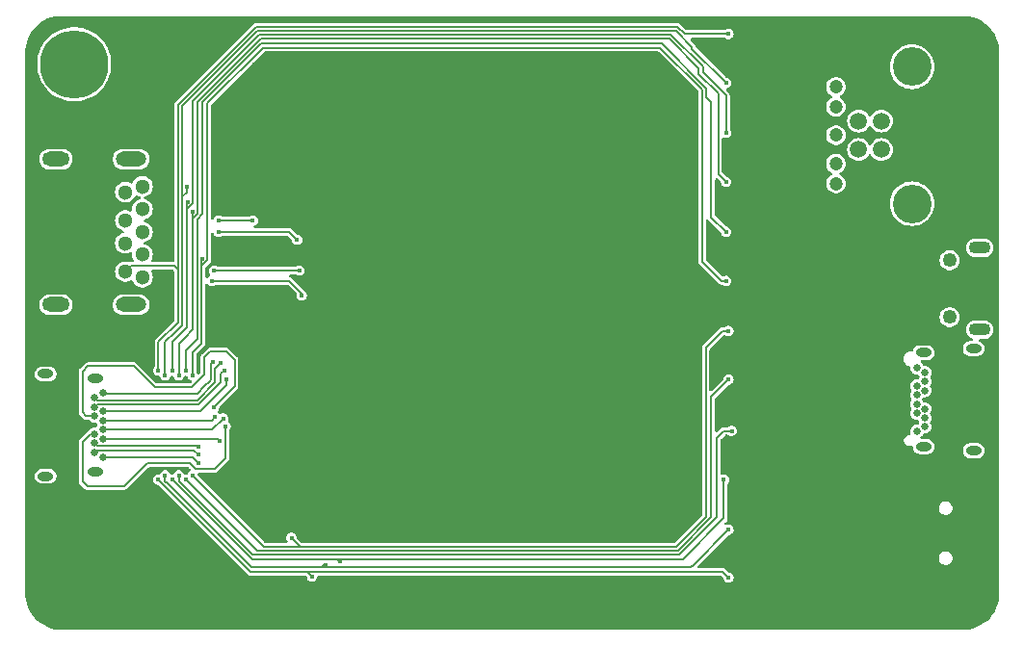
<source format=gbr>
%TF.GenerationSoftware,KiCad,Pcbnew,8.0.4*%
%TF.CreationDate,2024-12-07T18:54:13+01:00*%
%TF.ProjectId,usb_c_cable_tester,7573625f-635f-4636-9162-6c655f746573,2.2*%
%TF.SameCoordinates,Original*%
%TF.FileFunction,Copper,L2,Bot*%
%TF.FilePolarity,Positive*%
%FSLAX46Y46*%
G04 Gerber Fmt 4.6, Leading zero omitted, Abs format (unit mm)*
G04 Created by KiCad (PCBNEW 8.0.4) date 2024-12-07 18:54:13*
%MOMM*%
%LPD*%
G01*
G04 APERTURE LIST*
%TA.AperFunction,ComponentPad*%
%ADD10O,1.900000X1.100000*%
%TD*%
%TA.AperFunction,ComponentPad*%
%ADD11C,1.250000*%
%TD*%
%TA.AperFunction,ComponentPad*%
%ADD12C,6.000000*%
%TD*%
%TA.AperFunction,ComponentPad*%
%ADD13C,0.650000*%
%TD*%
%TA.AperFunction,ComponentPad*%
%ADD14O,1.400000X0.800000*%
%TD*%
%TA.AperFunction,ComponentPad*%
%ADD15C,1.500000*%
%TD*%
%TA.AperFunction,ComponentPad*%
%ADD16C,1.200000*%
%TD*%
%TA.AperFunction,ComponentPad*%
%ADD17C,3.400000*%
%TD*%
%TA.AperFunction,ComponentPad*%
%ADD18C,1.300000*%
%TD*%
%TA.AperFunction,ComponentPad*%
%ADD19O,2.700000X1.300000*%
%TD*%
%TA.AperFunction,ComponentPad*%
%ADD20O,2.400000X1.300000*%
%TD*%
%TA.AperFunction,ViaPad*%
%ADD21C,0.800000*%
%TD*%
%TA.AperFunction,ViaPad*%
%ADD22C,0.400000*%
%TD*%
%TA.AperFunction,Conductor*%
%ADD23C,0.150000*%
%TD*%
G04 APERTURE END LIST*
D10*
%TO.P,J3,6,Shield*%
%TO.N,+3V3*%
X141100000Y-100600000D03*
D11*
X138450000Y-99500000D03*
X138450000Y-94500000D03*
D10*
X141100000Y-93400000D03*
%TD*%
D12*
%TO.P,REF\u002A\u002A,1*%
%TO.N,N/C*%
X61500000Y-77250000D03*
%TD*%
D13*
%TO.P,J2,B1,GND*%
%TO.N,/GND_B1*%
X64000000Y-111790000D03*
%TO.P,J2,B2,TX2+*%
%TO.N,/TX2+*%
X63300000Y-111390000D03*
%TO.P,J2,B3,TX2-*%
%TO.N,/TX2-*%
X63300000Y-110590000D03*
%TO.P,J2,B4,VBUS*%
%TO.N,/VBUS_B4*%
X64000000Y-110190000D03*
%TO.P,J2,B5,CC2*%
%TO.N,/CC2*%
X63300000Y-109790000D03*
%TO.P,J2,B6,D+*%
%TO.N,/D+_B*%
X64000000Y-109390000D03*
%TO.P,J2,B7,D-*%
%TO.N,/D-_B*%
X64000000Y-108590000D03*
%TO.P,J2,B8,SBU2*%
%TO.N,/SBU2*%
X63300000Y-108190000D03*
%TO.P,J2,B9,VBUS*%
%TO.N,/VBUS_B9*%
X64000000Y-107790000D03*
%TO.P,J2,B10,RX1-*%
%TO.N,/RX1-*%
X63300000Y-107390000D03*
%TO.P,J2,B11,RX1+*%
%TO.N,/RX1+*%
X63300000Y-106590000D03*
%TO.P,J2,B12,GND*%
%TO.N,/GND_B12*%
X64000000Y-106190000D03*
D14*
%TO.P,J2,S1,SHIELD*%
%TO.N,/SHLD*%
X59000000Y-104500000D03*
X63400000Y-104860000D03*
X63400000Y-113120000D03*
X59000000Y-113480000D03*
%TD*%
D13*
%TO.P,J1,B1,GND*%
%TO.N,+3V3*%
X135560000Y-103950000D03*
%TO.P,J1,B2,TX2+*%
X136260000Y-104350000D03*
%TO.P,J1,B3,TX2-*%
X136260000Y-105150000D03*
%TO.P,J1,B4,VBUS*%
X135560000Y-105550000D03*
%TO.P,J1,B5,CC2*%
X136260000Y-105950000D03*
%TO.P,J1,B6,D+*%
X135560000Y-106350000D03*
%TO.P,J1,B7,D-*%
X135560000Y-107150000D03*
%TO.P,J1,B8,SBU2*%
X136260000Y-107550000D03*
%TO.P,J1,B9,VBUS*%
X135560000Y-107950000D03*
%TO.P,J1,B10,RX1-*%
X136260000Y-108350000D03*
%TO.P,J1,B11,RX1+*%
X136260000Y-109150000D03*
%TO.P,J1,B12,GND*%
X135560000Y-109550000D03*
D14*
%TO.P,J1,S1,SHIELD*%
X140560000Y-111240000D03*
X136160000Y-110880000D03*
X136160000Y-102620000D03*
X140560000Y-102260000D03*
%TD*%
D15*
%TO.P,J4,1,VBUS*%
%TO.N,+3V3*%
X130435000Y-82250000D03*
%TO.P,J4,2,D-*%
X130435000Y-84750000D03*
%TO.P,J4,3,D+*%
X132445000Y-84750000D03*
%TO.P,J4,4,GND*%
X132445000Y-82250000D03*
D16*
%TO.P,J4,5,SSTX-*%
X128445000Y-87750000D03*
%TO.P,J4,6,SSTX+*%
X128445000Y-86000000D03*
%TO.P,J4,7,DRAIN*%
X128445000Y-83500000D03*
%TO.P,J4,8,SSRX-*%
X128445000Y-81000000D03*
%TO.P,J4,9,SSRX+*%
X128445000Y-79250000D03*
D17*
%TO.P,J4,10,SHIELD*%
X135145000Y-89520000D03*
X135145000Y-77480000D03*
%TD*%
D18*
%TO.P,J6,1,VBUS*%
%TO.N,/VBUS_A4*%
X66000000Y-88500000D03*
%TO.P,J6,2,D-*%
%TO.N,/D-_A*%
X66000000Y-91000000D03*
%TO.P,J6,3,D+*%
%TO.N,/D+_A*%
X66000000Y-93000000D03*
%TO.P,J6,4,GND*%
%TO.N,/GND_A1*%
X66000000Y-95500000D03*
%TO.P,J6,5,SSRX-*%
%TO.N,/RX2-*%
X67500000Y-96000000D03*
%TO.P,J6,6,SSRX+*%
%TO.N,/RX2+*%
X67500000Y-94000000D03*
%TO.P,J6,7,DRAIN*%
%TO.N,/GND_A12*%
X67500000Y-92000000D03*
%TO.P,J6,8,SSTX-*%
%TO.N,/TX1-*%
X67500000Y-90000000D03*
%TO.P,J6,9,SSTX+*%
%TO.N,/TX1+*%
X67500000Y-88000000D03*
D19*
%TO.P,J6,10,SHIELD*%
%TO.N,/SHLD*%
X66500000Y-85600000D03*
D20*
X59900000Y-85600000D03*
D19*
X66500000Y-98400000D03*
D20*
X59900000Y-98400000D03*
%TD*%
D21*
%TO.N,GND*%
X104350000Y-115800000D03*
X100000000Y-123300000D03*
X95400000Y-115850000D03*
D22*
X120200000Y-107700000D03*
X76100000Y-124000000D03*
X94500000Y-90100000D03*
X77200000Y-116400000D03*
X77300000Y-77300000D03*
X77200000Y-112000000D03*
X120200000Y-86000000D03*
X120200000Y-103400000D03*
X120200000Y-116400000D03*
X120200000Y-81700000D03*
X100000000Y-113400000D03*
X120200000Y-99100000D03*
X75100000Y-121200000D03*
X77200000Y-103300000D03*
X77200000Y-98900000D03*
X120200000Y-112000000D03*
X77200000Y-107600000D03*
X120200000Y-90300000D03*
X120200000Y-77400000D03*
X120200000Y-94700000D03*
X120200000Y-120700000D03*
X77200000Y-90300000D03*
X64100000Y-121700000D03*
X77200000Y-94700000D03*
X76100000Y-80500000D03*
X120200000Y-125100000D03*
X76300000Y-84900000D03*
%TO.N,/GND_A1*%
X119000000Y-74600000D03*
X68900000Y-104200000D03*
%TO.N,/TX1+*%
X118800000Y-78900000D03*
X69500000Y-104600000D03*
X71400000Y-88000000D03*
%TO.N,/TX1-*%
X71500000Y-89400000D03*
X70100000Y-104200000D03*
X118800000Y-83300000D03*
%TO.N,/VBUS_A4*%
X71900000Y-90200000D03*
X118800000Y-87600000D03*
X70700000Y-104600000D03*
%TO.N,/CC1*%
X71300000Y-104200000D03*
X118800000Y-92000000D03*
%TO.N,/D+_A*%
X71900000Y-104600000D03*
X118800000Y-96300000D03*
X72800000Y-94400000D03*
%TO.N,/D-_A*%
X74200000Y-91000000D03*
X119000000Y-100700000D03*
X71900000Y-113400000D03*
X77200000Y-91000000D03*
X80600000Y-118900000D03*
%TO.N,/VBUS_B9*%
X74900000Y-105000000D03*
%TO.N,/VBUS_A9*%
X70700000Y-113400000D03*
X119300000Y-109500000D03*
%TO.N,/RX2-*%
X73600000Y-96300000D03*
X81500000Y-97600000D03*
X70100000Y-113800000D03*
X84900000Y-121000000D03*
X118600000Y-113800000D03*
%TO.N,/RX2+*%
X73800000Y-95400000D03*
X83600000Y-121300000D03*
X81300000Y-95400000D03*
X119000000Y-118200000D03*
X69500000Y-113400000D03*
%TO.N,/GND_A12*%
X82400000Y-122300000D03*
X68900000Y-113800000D03*
X74200000Y-92000000D03*
X119000000Y-122400000D03*
X81100000Y-92700000D03*
%TO.N,/GND_B1*%
X72400000Y-112300000D03*
%TO.N,/TX2+*%
X72400000Y-111600000D03*
%TO.N,/TX2-*%
X72400000Y-110900000D03*
%TO.N,/VBUS_B4*%
X74300000Y-110400000D03*
%TO.N,/CC2*%
X74800000Y-109100000D03*
%TO.N,/D-_B*%
X73900000Y-108300000D03*
%TO.N,/RX1-*%
X74700000Y-104200000D03*
%TO.N,/RX1+*%
X74400000Y-103500000D03*
%TO.N,/GND_B12*%
X73700000Y-103400000D03*
%TO.N,/SBU1*%
X71300000Y-113800000D03*
X119000000Y-105000000D03*
%TO.N,/D+_B*%
X74600000Y-108400000D03*
%TO.N,/SBU2*%
X73800000Y-107400000D03*
%TD*%
D23*
%TO.N,/GND_A1*%
X68900000Y-104200000D02*
X68900000Y-101700000D01*
X70614327Y-80814327D02*
X77476159Y-73952495D01*
X68900000Y-101700000D02*
X70614327Y-99985673D01*
X70614327Y-99985673D02*
X70614327Y-95285673D01*
X70614327Y-95285673D02*
X70614327Y-80814327D01*
X66525000Y-95000000D02*
X70328654Y-95000000D01*
X66025000Y-95500000D02*
X66525000Y-95000000D01*
X114523840Y-73952495D02*
X115171345Y-74600000D01*
X70328654Y-95000000D02*
X70614327Y-95285673D01*
X115171345Y-74600000D02*
X119000000Y-74600000D01*
X77476159Y-73952495D02*
X114523840Y-73952495D01*
%TO.N,/TX1+*%
X71000000Y-88900000D02*
X71000000Y-80922923D01*
X71000000Y-89200000D02*
X71000000Y-88900000D01*
X69500000Y-104600000D02*
X69500000Y-101700000D01*
X71400000Y-88500000D02*
X71400000Y-88000000D01*
X70400000Y-100800000D02*
X71000000Y-100200000D01*
X71000000Y-88900000D02*
X71400000Y-88500000D01*
X77620927Y-74301996D02*
X114379073Y-74301996D01*
X69500000Y-101700000D02*
X70400000Y-100800000D01*
X71000000Y-80922923D02*
X77620927Y-74301996D01*
X114379073Y-74301996D02*
X115798004Y-75720927D01*
X115798004Y-75898004D02*
X118800000Y-78900000D01*
X71000000Y-100200000D02*
X71000000Y-89200000D01*
X115798004Y-75720927D02*
X115798004Y-75898004D01*
%TO.N,/TX1-*%
X116748503Y-77465693D02*
X116748503Y-77948503D01*
X70100000Y-101700000D02*
X71400000Y-100400000D01*
X71400000Y-90000000D02*
X71400000Y-89500000D01*
X118800000Y-80000000D02*
X118800000Y-83300000D01*
X71900000Y-80517192D02*
X77765695Y-74651497D01*
X71400000Y-100400000D02*
X71400000Y-90000000D01*
X71400000Y-90000000D02*
X71900000Y-89500000D01*
X71900000Y-89500000D02*
X71900000Y-80517192D01*
X77765695Y-74651497D02*
X113934307Y-74651497D01*
X70100000Y-104200000D02*
X70100000Y-101700000D01*
X116748503Y-77948503D02*
X118800000Y-80000000D01*
X71400000Y-89500000D02*
X71500000Y-89400000D01*
X113934307Y-74651497D02*
X116748503Y-77465693D01*
%TO.N,/VBUS_A4*%
X113789538Y-75000998D02*
X77910463Y-75000998D01*
X70700000Y-101800000D02*
X71200000Y-101300000D01*
X71900000Y-90900000D02*
X71900000Y-90800000D01*
X71900000Y-100600000D02*
X71900000Y-90900000D01*
X70700000Y-104600000D02*
X70700000Y-101800000D01*
X71200000Y-101300000D02*
X71900000Y-100600000D01*
X72300000Y-90400000D02*
X71900000Y-90800000D01*
X72300000Y-80611461D02*
X72300000Y-90400000D01*
X71900000Y-90800000D02*
X71900000Y-90500000D01*
X118100000Y-79811462D02*
X116399002Y-78110464D01*
X71900000Y-90500000D02*
X71900000Y-90200000D01*
X118800000Y-87600000D02*
X118100000Y-86900000D01*
X116399002Y-78110464D02*
X116399002Y-77610462D01*
X116399002Y-77610462D02*
X113789538Y-75000998D01*
X118100000Y-86900000D02*
X118100000Y-79811462D01*
X77910463Y-75000998D02*
X72300000Y-80611461D01*
%TO.N,/CC1*%
X71300000Y-102400000D02*
X72300000Y-101400000D01*
X72300000Y-90900000D02*
X72800000Y-90400000D01*
X77955232Y-75450499D02*
X113144768Y-75450499D01*
X117049501Y-80149501D02*
X117500000Y-80600000D01*
X72800000Y-80605731D02*
X77955232Y-75450499D01*
X72800000Y-90400000D02*
X72800000Y-80605731D01*
X117500000Y-90700000D02*
X118800000Y-92000000D01*
X117500000Y-80600000D02*
X117500000Y-90700000D01*
X72300000Y-101400000D02*
X72300000Y-90900000D01*
X71300000Y-104200000D02*
X71300000Y-102400000D01*
X117049501Y-79355232D02*
X117049501Y-80149501D01*
X113144768Y-75450499D02*
X117049501Y-79355232D01*
%TO.N,/D+_A*%
X72600000Y-101900000D02*
X72700000Y-101800000D01*
X73200000Y-94500000D02*
X73200000Y-80700000D01*
X78100000Y-75800000D02*
X113000000Y-75800000D01*
X73200000Y-80700000D02*
X78100000Y-75800000D01*
X71900000Y-104600000D02*
X71900000Y-102600000D01*
X72700000Y-95000000D02*
X73200000Y-94500000D01*
X71900000Y-102600000D02*
X72600000Y-101900000D01*
X116700000Y-79500000D02*
X116700000Y-94600000D01*
X72700000Y-101800000D02*
X72700000Y-99000000D01*
X72700000Y-99000000D02*
X72700000Y-95000000D01*
X116700000Y-94600000D02*
X118400000Y-96300000D01*
X72700000Y-94500000D02*
X72800000Y-94400000D01*
X72700000Y-95000000D02*
X72700000Y-94500000D01*
X118400000Y-96300000D02*
X118800000Y-96300000D01*
X113000000Y-75800000D02*
X116700000Y-79500000D01*
%TO.N,/D-_A*%
X81500000Y-119700000D02*
X114400000Y-119700000D01*
X117000000Y-102200000D02*
X118400000Y-100800000D01*
X117000000Y-115200000D02*
X117000000Y-114000000D01*
X78200000Y-119700000D02*
X81500000Y-119700000D01*
X80600000Y-118900000D02*
X81400000Y-119700000D01*
X74200000Y-91000000D02*
X77200000Y-91000000D01*
X117000000Y-114000000D02*
X117000000Y-102200000D01*
X114400000Y-119700000D02*
X117000000Y-117100000D01*
X71900000Y-113400000D02*
X78200000Y-119700000D01*
X117000000Y-117100000D02*
X117000000Y-115200000D01*
X118400000Y-100800000D02*
X118500000Y-100700000D01*
X81400000Y-119700000D02*
X81500000Y-119700000D01*
X118500000Y-100700000D02*
X119000000Y-100700000D01*
%TO.N,/VBUS_B9*%
X74900000Y-105500000D02*
X74900000Y-105000000D01*
X72600000Y-107800000D02*
X74900000Y-105500000D01*
X64000000Y-107800000D02*
X72600000Y-107800000D01*
%TO.N,/VBUS_A9*%
X77199002Y-120399002D02*
X114689538Y-120399002D01*
X114689538Y-120399002D02*
X118000000Y-117088540D01*
X118000000Y-117088540D02*
X118000000Y-110100000D01*
X118000000Y-110100000D02*
X118600000Y-109500000D01*
X118600000Y-109500000D02*
X119300000Y-109500000D01*
X70700000Y-113900000D02*
X77199002Y-120399002D01*
X70700000Y-113400000D02*
X70700000Y-113900000D01*
%TO.N,/RX2-*%
X81500000Y-97600000D02*
X81500000Y-97400000D01*
X77125500Y-120825500D02*
X84574500Y-120825500D01*
X84574500Y-120825500D02*
X84749000Y-121000000D01*
X70100000Y-113800000D02*
X77125500Y-120825500D01*
X84749000Y-121000000D02*
X84900000Y-121000000D01*
X118600000Y-117200000D02*
X118600000Y-113800000D01*
X81500000Y-97400000D02*
X80400000Y-96300000D01*
X114974500Y-120825500D02*
X118600000Y-117200000D01*
X80400000Y-96300000D02*
X73600000Y-96300000D01*
X84574500Y-120825500D02*
X114974500Y-120825500D01*
%TO.N,/RX2+*%
X115700000Y-121500000D02*
X115900000Y-121300000D01*
X78500000Y-121500000D02*
X83200000Y-121500000D01*
X115900000Y-121300000D02*
X115800000Y-121400000D01*
X73800000Y-95400000D02*
X80700000Y-95400000D01*
X69500000Y-113900000D02*
X69700000Y-114100000D01*
X119000000Y-118200000D02*
X115900000Y-121300000D01*
X83300000Y-121400000D02*
X83400000Y-121300000D01*
X80700000Y-95400000D02*
X81300000Y-95400000D01*
X77100000Y-121500000D02*
X78500000Y-121500000D01*
X83400000Y-121300000D02*
X83600000Y-121300000D01*
X83200000Y-121500000D02*
X115700000Y-121500000D01*
X69700000Y-114100000D02*
X77000000Y-121400000D01*
X69500000Y-113400000D02*
X69500000Y-113900000D01*
X83200000Y-121500000D02*
X83300000Y-121400000D01*
X77000000Y-121400000D02*
X77100000Y-121500000D01*
%TO.N,/GND_A12*%
X80400000Y-92000000D02*
X81100000Y-92700000D01*
X118500000Y-121900000D02*
X119000000Y-122400000D01*
X82000000Y-121900000D02*
X118500000Y-121900000D01*
X82400000Y-122300000D02*
X82000000Y-121900000D01*
X68900000Y-113800000D02*
X77000000Y-121900000D01*
X77000000Y-121900000D02*
X82000000Y-121900000D01*
X74200000Y-92000000D02*
X80400000Y-92000000D01*
%TO.N,/GND_B1*%
X71900000Y-111800000D02*
X64000000Y-111800000D01*
X72400000Y-112300000D02*
X71900000Y-111800000D01*
%TO.N,/TX2+*%
X72000000Y-111200000D02*
X63500000Y-111200000D01*
X72400000Y-111600000D02*
X72000000Y-111200000D01*
X63500000Y-111200000D02*
X63300000Y-111400000D01*
%TO.N,/TX2-*%
X72350499Y-110850499D02*
X72400000Y-110900000D01*
X63300000Y-110600000D02*
X63550499Y-110850499D01*
X63550499Y-110850499D02*
X72350499Y-110850499D01*
%TO.N,/VBUS_B4*%
X64000000Y-110200000D02*
X74100000Y-110200000D01*
X74100000Y-110200000D02*
X74300000Y-110400000D01*
%TO.N,/CC2*%
X62900000Y-109800000D02*
X62225000Y-110475000D01*
X65900000Y-114350000D02*
X67900000Y-112350000D01*
X62225000Y-110475000D02*
X62225000Y-113925000D01*
X67900000Y-112350000D02*
X71700000Y-112350000D01*
X72200000Y-112850000D02*
X73850000Y-112850000D01*
X62650000Y-114350000D02*
X65900000Y-114350000D01*
X63300000Y-109800000D02*
X62900000Y-109800000D01*
X62225000Y-113925000D02*
X62650000Y-114350000D01*
X73850000Y-112850000D02*
X74800000Y-111900000D01*
X71700000Y-112350000D02*
X72200000Y-112850000D01*
X74800000Y-111900000D02*
X74800000Y-109100000D01*
%TO.N,/D-_B*%
X64000000Y-108600000D02*
X73600000Y-108600000D01*
X73600000Y-108600000D02*
X73900000Y-108300000D01*
%TO.N,/RX1-*%
X63500000Y-107200000D02*
X72450000Y-107200000D01*
X74400000Y-105250000D02*
X74400000Y-104500000D01*
X74400000Y-104500000D02*
X74700000Y-104200000D01*
X63300000Y-107400000D02*
X63500000Y-107200000D01*
X72450000Y-107200000D02*
X74400000Y-105250000D01*
%TO.N,/RX1+*%
X73900000Y-104000000D02*
X74400000Y-103500000D01*
X73900000Y-105200000D02*
X73900000Y-104000000D01*
X63500000Y-106800000D02*
X72300000Y-106800000D01*
X72300000Y-106800000D02*
X73900000Y-105200000D01*
X63300000Y-106600000D02*
X63500000Y-106800000D01*
%TO.N,/GND_B12*%
X73400000Y-105100000D02*
X73500000Y-105000000D01*
X73500000Y-105000000D02*
X73500000Y-103800000D01*
X73500000Y-103600000D02*
X73700000Y-103400000D01*
X73500000Y-103800000D02*
X73500000Y-103600000D01*
X64000000Y-106200000D02*
X72300000Y-106200000D01*
X72300000Y-106200000D02*
X72925000Y-105575000D01*
X72925000Y-105575000D02*
X73400000Y-105100000D01*
%TO.N,/SBU1*%
X77549501Y-120049501D02*
X114544769Y-120049501D01*
X117500000Y-106500000D02*
X119000000Y-105000000D01*
X117500000Y-117094270D02*
X117500000Y-106500000D01*
X71300000Y-113800000D02*
X77549501Y-120049501D01*
X114544769Y-120049501D02*
X117500000Y-117094270D01*
%TO.N,/D+_B*%
X64000000Y-109400000D02*
X73600000Y-109400000D01*
X73600000Y-109400000D02*
X74600000Y-108400000D01*
%TO.N,/SBU2*%
X62550000Y-108200000D02*
X62225000Y-107875000D01*
X71850000Y-105650000D02*
X68600000Y-105650000D01*
X72950000Y-103000000D02*
X72950000Y-104550000D01*
X68600000Y-105650000D02*
X66750000Y-103800000D01*
X62550000Y-108200000D02*
X63300000Y-108200000D01*
X66750000Y-103800000D02*
X62700000Y-103800000D01*
X74850000Y-102500000D02*
X73450000Y-102500000D01*
X73800000Y-107400000D02*
X75600000Y-105600000D01*
X62225000Y-107875000D02*
X62225000Y-104275000D01*
X75600000Y-103250000D02*
X74850000Y-102500000D01*
X75600000Y-105600000D02*
X75600000Y-103250000D01*
X73450000Y-102500000D02*
X72950000Y-103000000D01*
X62225000Y-104275000D02*
X62700000Y-103800000D01*
X72950000Y-104550000D02*
X71850000Y-105650000D01*
%TD*%
%TA.AperFunction,Conductor*%
%TO.N,GND*%
G36*
X139620856Y-73010012D02*
G01*
X139792259Y-73012414D01*
X139804593Y-73013193D01*
X140146063Y-73051668D01*
X140159988Y-73054034D01*
X140494147Y-73130303D01*
X140507699Y-73134208D01*
X140831208Y-73247409D01*
X140844262Y-73252816D01*
X141153065Y-73401528D01*
X141165428Y-73408361D01*
X141455634Y-73590709D01*
X141467147Y-73598877D01*
X141579951Y-73688835D01*
X141735126Y-73812583D01*
X141745661Y-73821999D01*
X141988000Y-74064338D01*
X141997416Y-74074873D01*
X142139449Y-74252977D01*
X142211118Y-74342846D01*
X142219294Y-74354370D01*
X142401636Y-74644567D01*
X142408471Y-74656934D01*
X142557183Y-74965737D01*
X142562590Y-74978791D01*
X142675787Y-75302287D01*
X142679699Y-75315865D01*
X142755964Y-75650009D01*
X142758331Y-75663938D01*
X142796805Y-76005402D01*
X142797585Y-76017744D01*
X142799988Y-76189143D01*
X142800000Y-76190909D01*
X142800000Y-123809090D01*
X142799988Y-123810856D01*
X142797585Y-123982255D01*
X142796805Y-123994597D01*
X142758331Y-124336061D01*
X142755964Y-124349990D01*
X142679699Y-124684134D01*
X142675787Y-124697712D01*
X142562590Y-125021208D01*
X142557183Y-125034262D01*
X142408471Y-125343065D01*
X142401636Y-125355432D01*
X142219294Y-125645629D01*
X142211118Y-125657153D01*
X141997416Y-125925126D01*
X141988000Y-125935661D01*
X141745661Y-126178000D01*
X141735126Y-126187416D01*
X141467153Y-126401118D01*
X141455629Y-126409294D01*
X141165432Y-126591636D01*
X141153065Y-126598471D01*
X140844262Y-126747183D01*
X140831208Y-126752590D01*
X140507712Y-126865787D01*
X140494134Y-126869699D01*
X140159990Y-126945964D01*
X140146061Y-126948331D01*
X139804597Y-126986805D01*
X139792255Y-126987585D01*
X139620856Y-126989988D01*
X139619090Y-126990000D01*
X60380910Y-126990000D01*
X60379144Y-126989988D01*
X60207744Y-126987585D01*
X60195402Y-126986805D01*
X59853938Y-126948331D01*
X59840009Y-126945964D01*
X59505865Y-126869699D01*
X59492287Y-126865787D01*
X59168791Y-126752590D01*
X59155737Y-126747183D01*
X58846934Y-126598471D01*
X58834567Y-126591636D01*
X58544370Y-126409294D01*
X58532846Y-126401118D01*
X58264873Y-126187416D01*
X58254338Y-126178000D01*
X58011999Y-125935661D01*
X58002583Y-125925126D01*
X57788881Y-125657153D01*
X57780705Y-125645629D01*
X57598363Y-125355432D01*
X57591528Y-125343065D01*
X57442816Y-125034262D01*
X57437409Y-125021208D01*
X57324208Y-124697699D01*
X57320303Y-124684147D01*
X57244034Y-124349988D01*
X57241668Y-124336061D01*
X57203194Y-123994597D01*
X57202414Y-123982255D01*
X57200012Y-123810856D01*
X57200000Y-123809090D01*
X57200000Y-113415534D01*
X58045500Y-113415534D01*
X58045500Y-113544465D01*
X58062192Y-113628378D01*
X58070652Y-113670911D01*
X58119989Y-113790022D01*
X58159136Y-113848609D01*
X58191616Y-113897219D01*
X58191621Y-113897225D01*
X58282774Y-113988378D01*
X58282780Y-113988383D01*
X58389978Y-114060011D01*
X58509089Y-114109348D01*
X58635537Y-114134500D01*
X58635538Y-114134500D01*
X59364462Y-114134500D01*
X59364463Y-114134500D01*
X59490911Y-114109348D01*
X59610022Y-114060011D01*
X59717220Y-113988383D01*
X59808383Y-113897220D01*
X59880011Y-113790022D01*
X59929348Y-113670911D01*
X59954500Y-113544463D01*
X59954500Y-113415537D01*
X59929348Y-113289089D01*
X59880011Y-113169978D01*
X59808383Y-113062780D01*
X59808378Y-113062774D01*
X59717225Y-112971621D01*
X59717219Y-112971616D01*
X59678133Y-112945500D01*
X59610022Y-112899989D01*
X59490911Y-112850652D01*
X59364465Y-112825500D01*
X59364463Y-112825500D01*
X58635537Y-112825500D01*
X58635534Y-112825500D01*
X58509088Y-112850652D01*
X58509083Y-112850654D01*
X58389978Y-112899989D01*
X58282780Y-112971616D01*
X58282774Y-112971621D01*
X58191621Y-113062774D01*
X58191616Y-113062780D01*
X58119989Y-113169978D01*
X58070654Y-113289083D01*
X58070652Y-113289088D01*
X58045500Y-113415534D01*
X57200000Y-113415534D01*
X57200000Y-104435534D01*
X58045500Y-104435534D01*
X58045500Y-104564465D01*
X58060972Y-104642248D01*
X58070652Y-104690911D01*
X58119989Y-104810022D01*
X58151880Y-104857750D01*
X58191616Y-104917219D01*
X58191621Y-104917225D01*
X58282774Y-105008378D01*
X58282780Y-105008383D01*
X58389978Y-105080011D01*
X58509089Y-105129348D01*
X58635537Y-105154500D01*
X58635538Y-105154500D01*
X59364462Y-105154500D01*
X59364463Y-105154500D01*
X59490911Y-105129348D01*
X59610022Y-105080011D01*
X59717220Y-105008383D01*
X59808383Y-104917220D01*
X59880011Y-104810022D01*
X59929348Y-104690911D01*
X59954500Y-104564463D01*
X59954500Y-104435537D01*
X59929348Y-104309089D01*
X59897260Y-104231621D01*
X61895500Y-104231621D01*
X61895500Y-107831621D01*
X61895500Y-107918379D01*
X61902767Y-107945500D01*
X61917954Y-108002179D01*
X61917957Y-108002186D01*
X61961332Y-108077314D01*
X61961340Y-108077324D01*
X62347682Y-108463666D01*
X62400495Y-108494157D01*
X62422817Y-108507045D01*
X62437245Y-108510910D01*
X62437249Y-108510913D01*
X62437250Y-108510912D01*
X62506621Y-108529500D01*
X62767928Y-108529500D01*
X62836049Y-108549502D01*
X62867888Y-108578793D01*
X62886696Y-108603304D01*
X63007750Y-108696192D01*
X63148720Y-108754584D01*
X63300000Y-108774500D01*
X63345607Y-108768495D01*
X63415752Y-108779433D01*
X63468852Y-108826560D01*
X63478460Y-108845198D01*
X63493805Y-108882244D01*
X63493811Y-108882255D01*
X63517631Y-108913298D01*
X63543230Y-108979518D01*
X63528964Y-109049067D01*
X63517631Y-109066702D01*
X63493811Y-109097744D01*
X63493807Y-109097751D01*
X63478460Y-109134802D01*
X63433910Y-109190082D01*
X63366546Y-109212501D01*
X63345608Y-109211503D01*
X63300004Y-109205500D01*
X63300000Y-109205500D01*
X63148721Y-109225415D01*
X63007751Y-109283807D01*
X63007748Y-109283809D01*
X62886695Y-109376696D01*
X62829533Y-109451191D01*
X62777801Y-109490890D01*
X62772821Y-109492953D01*
X62697685Y-109536332D01*
X62697679Y-109536337D01*
X62526972Y-109707045D01*
X62022682Y-110211335D01*
X61997534Y-110236483D01*
X61961336Y-110272680D01*
X61961332Y-110272685D01*
X61917957Y-110347813D01*
X61917955Y-110347818D01*
X61895500Y-110431621D01*
X61895500Y-113881621D01*
X61895500Y-113968379D01*
X61908694Y-114017621D01*
X61917954Y-114052179D01*
X61917957Y-114052186D01*
X61961332Y-114127314D01*
X61961340Y-114127324D01*
X62447675Y-114613659D01*
X62447680Y-114613663D01*
X62447682Y-114613665D01*
X62522818Y-114657045D01*
X62606621Y-114679500D01*
X62606623Y-114679500D01*
X65943377Y-114679500D01*
X65943379Y-114679500D01*
X66027182Y-114657045D01*
X66102318Y-114613665D01*
X67999578Y-112716405D01*
X68061890Y-112682380D01*
X68088673Y-112679500D01*
X71511327Y-112679500D01*
X71579448Y-112699502D01*
X71600422Y-112716405D01*
X71694320Y-112810303D01*
X71728346Y-112872615D01*
X71723281Y-112943430D01*
X71680734Y-113000266D01*
X71673345Y-113005396D01*
X71599306Y-113052977D01*
X71599302Y-113052980D01*
X71513720Y-113151747D01*
X71501046Y-113179500D01*
X71459426Y-113270636D01*
X71459425Y-113270638D01*
X71458876Y-113271842D01*
X71412383Y-113325498D01*
X71344263Y-113345500D01*
X71255738Y-113345500D01*
X71187617Y-113325498D01*
X71141124Y-113271842D01*
X71140574Y-113270638D01*
X71140574Y-113270636D01*
X71086282Y-113151752D01*
X71086280Y-113151750D01*
X71086279Y-113151747D01*
X71000697Y-113052980D01*
X71000693Y-113052977D01*
X70890748Y-112982321D01*
X70890750Y-112982321D01*
X70765350Y-112945500D01*
X70765347Y-112945500D01*
X70634653Y-112945500D01*
X70634649Y-112945500D01*
X70509250Y-112982321D01*
X70399306Y-113052977D01*
X70399302Y-113052980D01*
X70313720Y-113151747D01*
X70301046Y-113179500D01*
X70259426Y-113270636D01*
X70259425Y-113270638D01*
X70258876Y-113271842D01*
X70212383Y-113325498D01*
X70144263Y-113345500D01*
X70055738Y-113345500D01*
X69987617Y-113325498D01*
X69941124Y-113271842D01*
X69940574Y-113270638D01*
X69940574Y-113270636D01*
X69886282Y-113151752D01*
X69886280Y-113151750D01*
X69886279Y-113151747D01*
X69800697Y-113052980D01*
X69800693Y-113052977D01*
X69690748Y-112982321D01*
X69690750Y-112982321D01*
X69565350Y-112945500D01*
X69565347Y-112945500D01*
X69434653Y-112945500D01*
X69434649Y-112945500D01*
X69309250Y-112982321D01*
X69199306Y-113052977D01*
X69199302Y-113052980D01*
X69113720Y-113151747D01*
X69101046Y-113179500D01*
X69059426Y-113270636D01*
X69059425Y-113270638D01*
X69058876Y-113271842D01*
X69012383Y-113325498D01*
X68944263Y-113345500D01*
X68834649Y-113345500D01*
X68709250Y-113382321D01*
X68599306Y-113452977D01*
X68599302Y-113452980D01*
X68513720Y-113551747D01*
X68459426Y-113670635D01*
X68459424Y-113670642D01*
X68440826Y-113799996D01*
X68440826Y-113800003D01*
X68459424Y-113929357D01*
X68459426Y-113929364D01*
X68477242Y-113968377D01*
X68513720Y-114048252D01*
X68599302Y-114147019D01*
X68599306Y-114147022D01*
X68654278Y-114182350D01*
X68709250Y-114217678D01*
X68709249Y-114217678D01*
X68834649Y-114254499D01*
X68834650Y-114254499D01*
X68834653Y-114254500D01*
X68836327Y-114254500D01*
X68837929Y-114254970D01*
X68843573Y-114255782D01*
X68843456Y-114256593D01*
X68904448Y-114274502D01*
X68925422Y-114291405D01*
X76736335Y-122102318D01*
X76797682Y-122163665D01*
X76872818Y-122207045D01*
X76956621Y-122229500D01*
X81811327Y-122229500D01*
X81879448Y-122249502D01*
X81900422Y-122266405D01*
X81912315Y-122278298D01*
X81946341Y-122340610D01*
X81947937Y-122349461D01*
X81959424Y-122429357D01*
X81959426Y-122429364D01*
X82013720Y-122548252D01*
X82099302Y-122647019D01*
X82099306Y-122647022D01*
X82101214Y-122648248D01*
X82209250Y-122717678D01*
X82209249Y-122717678D01*
X82334649Y-122754499D01*
X82334650Y-122754499D01*
X82334653Y-122754500D01*
X82334656Y-122754500D01*
X82465344Y-122754500D01*
X82465347Y-122754500D01*
X82590748Y-122717679D01*
X82700695Y-122647021D01*
X82786282Y-122548248D01*
X82840574Y-122429364D01*
X82844797Y-122399996D01*
X82853773Y-122337568D01*
X82883266Y-122272987D01*
X82942992Y-122234604D01*
X82978490Y-122229500D01*
X118311327Y-122229500D01*
X118379448Y-122249502D01*
X118400422Y-122266405D01*
X118512315Y-122378298D01*
X118546341Y-122440610D01*
X118547937Y-122449461D01*
X118559424Y-122529357D01*
X118559426Y-122529364D01*
X118613720Y-122648252D01*
X118699302Y-122747019D01*
X118699306Y-122747022D01*
X118754278Y-122782350D01*
X118809250Y-122817678D01*
X118809249Y-122817678D01*
X118934649Y-122854499D01*
X118934650Y-122854499D01*
X118934653Y-122854500D01*
X118934656Y-122854500D01*
X119065344Y-122854500D01*
X119065347Y-122854500D01*
X119190748Y-122817679D01*
X119300695Y-122747021D01*
X119386282Y-122648248D01*
X119440574Y-122529364D01*
X119440849Y-122527447D01*
X119459174Y-122400003D01*
X119459174Y-122399996D01*
X119440575Y-122270642D01*
X119440574Y-122270641D01*
X119440574Y-122270636D01*
X119386282Y-122151752D01*
X119386280Y-122151750D01*
X119386279Y-122151747D01*
X119300697Y-122052980D01*
X119300693Y-122052977D01*
X119190748Y-121982321D01*
X119190750Y-121982321D01*
X119065350Y-121945500D01*
X119065347Y-121945500D01*
X119063673Y-121945500D01*
X119062070Y-121945029D01*
X119056427Y-121944218D01*
X119056543Y-121943406D01*
X118995552Y-121925498D01*
X118974582Y-121908599D01*
X118702318Y-121636335D01*
X118702316Y-121636334D01*
X118702314Y-121636332D01*
X118627186Y-121592957D01*
X118627183Y-121592956D01*
X118627182Y-121592955D01*
X118627180Y-121592954D01*
X118627179Y-121592954D01*
X118604724Y-121586937D01*
X118543379Y-121570500D01*
X118543377Y-121570500D01*
X116399673Y-121570500D01*
X116331552Y-121550498D01*
X116285059Y-121496842D01*
X116274955Y-121426568D01*
X116304449Y-121361988D01*
X116310578Y-121355405D01*
X117045040Y-120620943D01*
X137499500Y-120620943D01*
X137499500Y-120779057D01*
X137535589Y-120913743D01*
X137540424Y-120931788D01*
X137619477Y-121068712D01*
X137619485Y-121068722D01*
X137731277Y-121180514D01*
X137731282Y-121180518D01*
X137731284Y-121180520D01*
X137731285Y-121180521D01*
X137731287Y-121180522D01*
X137868211Y-121259575D01*
X137868213Y-121259575D01*
X137868216Y-121259577D01*
X138020943Y-121300500D01*
X138020945Y-121300500D01*
X138179055Y-121300500D01*
X138179057Y-121300500D01*
X138331784Y-121259577D01*
X138331787Y-121259575D01*
X138331788Y-121259575D01*
X138400250Y-121220048D01*
X138468716Y-121180520D01*
X138580520Y-121068716D01*
X138659577Y-120931784D01*
X138700500Y-120779057D01*
X138700500Y-120620943D01*
X138659577Y-120468216D01*
X138659575Y-120468213D01*
X138659575Y-120468211D01*
X138580522Y-120331287D01*
X138580514Y-120331277D01*
X138468722Y-120219485D01*
X138468712Y-120219477D01*
X138331788Y-120140424D01*
X138313743Y-120135589D01*
X138179057Y-120099500D01*
X138020943Y-120099500D01*
X137927470Y-120124545D01*
X137868211Y-120140424D01*
X137731287Y-120219477D01*
X137731277Y-120219485D01*
X137619485Y-120331277D01*
X137619477Y-120331287D01*
X137540424Y-120468211D01*
X137540423Y-120468216D01*
X137499500Y-120620943D01*
X117045040Y-120620943D01*
X118974578Y-118691405D01*
X119036890Y-118657379D01*
X119063673Y-118654500D01*
X119065344Y-118654500D01*
X119065347Y-118654500D01*
X119190748Y-118617679D01*
X119300695Y-118547021D01*
X119386282Y-118448248D01*
X119440574Y-118329364D01*
X119456054Y-118221700D01*
X119459174Y-118200003D01*
X119459174Y-118199996D01*
X119440575Y-118070642D01*
X119440574Y-118070641D01*
X119440574Y-118070636D01*
X119386282Y-117951752D01*
X119386280Y-117951750D01*
X119386279Y-117951747D01*
X119300697Y-117852980D01*
X119300693Y-117852977D01*
X119190748Y-117782321D01*
X119190750Y-117782321D01*
X119065350Y-117745500D01*
X119065347Y-117745500D01*
X118934653Y-117745500D01*
X118934651Y-117745500D01*
X118934647Y-117745501D01*
X118821986Y-117778581D01*
X118750989Y-117778581D01*
X118691263Y-117740197D01*
X118661770Y-117675616D01*
X118671875Y-117605342D01*
X118697390Y-117568592D01*
X118863665Y-117402318D01*
X118907045Y-117327183D01*
X118929500Y-117243379D01*
X118929500Y-117156621D01*
X118929500Y-116220943D01*
X137499500Y-116220943D01*
X137499500Y-116379057D01*
X137535589Y-116513743D01*
X137540424Y-116531788D01*
X137619477Y-116668712D01*
X137619485Y-116668722D01*
X137731277Y-116780514D01*
X137731282Y-116780518D01*
X137731284Y-116780520D01*
X137731285Y-116780521D01*
X137731287Y-116780522D01*
X137868211Y-116859575D01*
X137868213Y-116859575D01*
X137868216Y-116859577D01*
X138020943Y-116900500D01*
X138020945Y-116900500D01*
X138179055Y-116900500D01*
X138179057Y-116900500D01*
X138331784Y-116859577D01*
X138331787Y-116859575D01*
X138331788Y-116859575D01*
X138400250Y-116820048D01*
X138468716Y-116780520D01*
X138580520Y-116668716D01*
X138659577Y-116531784D01*
X138700500Y-116379057D01*
X138700500Y-116220943D01*
X138659577Y-116068216D01*
X138659575Y-116068213D01*
X138659575Y-116068211D01*
X138580522Y-115931287D01*
X138580514Y-115931277D01*
X138468722Y-115819485D01*
X138468712Y-115819477D01*
X138331788Y-115740424D01*
X138313743Y-115735589D01*
X138179057Y-115699500D01*
X138020943Y-115699500D01*
X137927470Y-115724545D01*
X137868211Y-115740424D01*
X137731287Y-115819477D01*
X137731277Y-115819485D01*
X137619485Y-115931277D01*
X137619477Y-115931287D01*
X137540424Y-116068211D01*
X137540423Y-116068216D01*
X137499500Y-116220943D01*
X118929500Y-116220943D01*
X118929500Y-114160773D01*
X118949502Y-114092652D01*
X118960276Y-114078260D01*
X118986282Y-114048248D01*
X119040574Y-113929364D01*
X119052185Y-113848609D01*
X119059174Y-113800003D01*
X119059174Y-113799996D01*
X119040575Y-113670642D01*
X119040574Y-113670641D01*
X119040574Y-113670636D01*
X118986282Y-113551752D01*
X118986280Y-113551750D01*
X118986279Y-113551747D01*
X118900697Y-113452980D01*
X118900693Y-113452977D01*
X118790748Y-113382321D01*
X118790750Y-113382321D01*
X118665350Y-113345500D01*
X118665347Y-113345500D01*
X118534653Y-113345500D01*
X118534651Y-113345500D01*
X118534647Y-113345501D01*
X118490998Y-113358318D01*
X118420002Y-113358318D01*
X118360276Y-113319935D01*
X118330783Y-113255354D01*
X118329500Y-113237422D01*
X118329500Y-110288673D01*
X118349502Y-110220552D01*
X118366405Y-110199578D01*
X118699578Y-109866405D01*
X118761890Y-109832379D01*
X118788673Y-109829500D01*
X118935045Y-109829500D01*
X119003165Y-109849502D01*
X119055757Y-109883300D01*
X119109252Y-109917679D01*
X119172789Y-109936335D01*
X119234649Y-109954499D01*
X119234650Y-109954499D01*
X119234653Y-109954500D01*
X119234656Y-109954500D01*
X119365344Y-109954500D01*
X119365347Y-109954500D01*
X119490748Y-109917679D01*
X119600695Y-109847021D01*
X119611667Y-109834359D01*
X119686279Y-109748252D01*
X119686279Y-109748250D01*
X119686282Y-109748248D01*
X119740574Y-109629364D01*
X119746317Y-109589421D01*
X119759174Y-109500003D01*
X119759174Y-109499996D01*
X119740575Y-109370642D01*
X119740574Y-109370641D01*
X119740574Y-109370636D01*
X119686282Y-109251752D01*
X119686280Y-109251750D01*
X119686279Y-109251747D01*
X119600697Y-109152980D01*
X119600693Y-109152977D01*
X119490748Y-109082321D01*
X119490750Y-109082321D01*
X119365350Y-109045500D01*
X119365347Y-109045500D01*
X119234653Y-109045500D01*
X119234649Y-109045500D01*
X119109251Y-109082321D01*
X119003165Y-109150498D01*
X118935045Y-109170500D01*
X118643379Y-109170500D01*
X118556621Y-109170500D01*
X118511713Y-109182533D01*
X118472820Y-109192954D01*
X118472813Y-109192957D01*
X118397685Y-109236332D01*
X118397675Y-109236340D01*
X118044595Y-109589421D01*
X117982283Y-109623447D01*
X117911468Y-109618382D01*
X117854632Y-109575835D01*
X117829821Y-109509315D01*
X117829500Y-109500326D01*
X117829500Y-106688673D01*
X117849502Y-106620552D01*
X117866405Y-106599578D01*
X118974578Y-105491405D01*
X119036890Y-105457379D01*
X119063673Y-105454500D01*
X119065344Y-105454500D01*
X119065347Y-105454500D01*
X119190748Y-105417679D01*
X119300695Y-105347021D01*
X119317701Y-105327395D01*
X119386279Y-105248252D01*
X119386279Y-105248250D01*
X119386282Y-105248248D01*
X119440574Y-105129364D01*
X119452875Y-105043809D01*
X119459174Y-105000003D01*
X119459174Y-104999996D01*
X119440575Y-104870642D01*
X119440574Y-104870641D01*
X119440574Y-104870636D01*
X119386282Y-104751752D01*
X119386280Y-104751750D01*
X119386279Y-104751747D01*
X119300697Y-104652980D01*
X119300693Y-104652977D01*
X119190748Y-104582321D01*
X119190750Y-104582321D01*
X119065350Y-104545500D01*
X119065347Y-104545500D01*
X118934653Y-104545500D01*
X118934649Y-104545500D01*
X118809250Y-104582321D01*
X118699306Y-104652977D01*
X118699302Y-104652980D01*
X118613720Y-104751747D01*
X118559426Y-104870635D01*
X118559424Y-104870642D01*
X118547937Y-104950537D01*
X118518444Y-105015118D01*
X118512315Y-105021700D01*
X117945859Y-105588158D01*
X117544596Y-105989421D01*
X117482283Y-106023446D01*
X117411468Y-106018382D01*
X117354632Y-105975835D01*
X117329821Y-105909315D01*
X117329500Y-105900326D01*
X117329500Y-102937395D01*
X134434500Y-102937395D01*
X134434500Y-103362604D01*
X134466905Y-103483537D01*
X134466905Y-103483538D01*
X134529502Y-103591960D01*
X134529510Y-103591970D01*
X134618029Y-103680489D01*
X134618034Y-103680493D01*
X134618036Y-103680495D01*
X134618037Y-103680496D01*
X134618039Y-103680497D01*
X134726462Y-103743094D01*
X134726464Y-103743095D01*
X134791651Y-103760562D01*
X134847395Y-103775499D01*
X134847399Y-103775500D01*
X134854798Y-103775500D01*
X134922919Y-103795502D01*
X134969412Y-103849158D01*
X134979719Y-103917945D01*
X134977968Y-103931252D01*
X134975500Y-103949999D01*
X134975500Y-103950000D01*
X134995415Y-104101278D01*
X135038586Y-104205500D01*
X135053808Y-104242250D01*
X135146696Y-104363304D01*
X135267750Y-104456192D01*
X135408720Y-104514584D01*
X135560000Y-104534500D01*
X135605607Y-104528495D01*
X135675752Y-104539433D01*
X135728852Y-104586560D01*
X135738460Y-104605198D01*
X135753805Y-104642244D01*
X135753811Y-104642255D01*
X135777631Y-104673298D01*
X135803230Y-104739518D01*
X135788964Y-104809067D01*
X135777631Y-104826702D01*
X135753811Y-104857744D01*
X135753807Y-104857751D01*
X135738460Y-104894802D01*
X135693910Y-104950082D01*
X135626546Y-104972501D01*
X135605608Y-104971503D01*
X135560004Y-104965500D01*
X135560000Y-104965500D01*
X135408721Y-104985415D01*
X135267751Y-105043807D01*
X135267748Y-105043809D01*
X135146696Y-105136696D01*
X135053809Y-105257748D01*
X135053807Y-105257751D01*
X134995415Y-105398721D01*
X134975500Y-105549999D01*
X134975500Y-105550000D01*
X134995415Y-105701278D01*
X135053807Y-105842248D01*
X135053811Y-105842255D01*
X135077631Y-105873298D01*
X135103230Y-105939518D01*
X135088964Y-106009067D01*
X135077631Y-106026702D01*
X135053811Y-106057744D01*
X135053807Y-106057751D01*
X134995415Y-106198721D01*
X134975500Y-106349999D01*
X134975500Y-106350000D01*
X134995415Y-106501278D01*
X135053807Y-106642248D01*
X135053811Y-106642255D01*
X135077631Y-106673298D01*
X135103230Y-106739518D01*
X135088964Y-106809067D01*
X135077631Y-106826702D01*
X135053811Y-106857744D01*
X135053807Y-106857751D01*
X134995415Y-106998721D01*
X134975500Y-107149999D01*
X134975500Y-107150000D01*
X134995415Y-107301278D01*
X135053807Y-107442248D01*
X135053811Y-107442255D01*
X135077631Y-107473298D01*
X135103230Y-107539518D01*
X135088964Y-107609067D01*
X135077631Y-107626702D01*
X135053811Y-107657744D01*
X135053807Y-107657751D01*
X134995415Y-107798721D01*
X134975500Y-107949999D01*
X134975500Y-107950000D01*
X134995415Y-108101278D01*
X135035778Y-108198721D01*
X135053808Y-108242250D01*
X135146696Y-108363304D01*
X135267750Y-108456192D01*
X135408720Y-108514584D01*
X135560000Y-108534500D01*
X135605607Y-108528495D01*
X135675752Y-108539433D01*
X135728852Y-108586560D01*
X135738460Y-108605198D01*
X135753805Y-108642244D01*
X135753811Y-108642255D01*
X135777631Y-108673298D01*
X135803230Y-108739518D01*
X135788964Y-108809067D01*
X135777631Y-108826702D01*
X135753811Y-108857744D01*
X135753807Y-108857751D01*
X135738460Y-108894802D01*
X135693910Y-108950082D01*
X135626546Y-108972501D01*
X135605608Y-108971503D01*
X135560004Y-108965500D01*
X135560000Y-108965500D01*
X135408721Y-108985415D01*
X135267751Y-109043807D01*
X135267748Y-109043809D01*
X135146696Y-109136696D01*
X135053809Y-109257748D01*
X135053807Y-109257751D01*
X134995415Y-109398721D01*
X134975500Y-109549999D01*
X134975500Y-109550000D01*
X134995416Y-109701282D01*
X134997553Y-109709256D01*
X134996012Y-109709668D01*
X135002592Y-109770873D01*
X134970812Y-109834359D01*
X134909754Y-109870586D01*
X134878594Y-109874500D01*
X134847395Y-109874500D01*
X134726462Y-109906905D01*
X134726461Y-109906905D01*
X134618039Y-109969502D01*
X134618029Y-109969510D01*
X134529510Y-110058029D01*
X134529502Y-110058039D01*
X134466905Y-110166461D01*
X134466905Y-110166462D01*
X134434500Y-110287395D01*
X134434500Y-110412604D01*
X134466905Y-110533537D01*
X134466905Y-110533538D01*
X134529502Y-110641960D01*
X134529510Y-110641970D01*
X134618029Y-110730489D01*
X134618034Y-110730493D01*
X134618036Y-110730495D01*
X134618037Y-110730496D01*
X134618039Y-110730497D01*
X134726462Y-110793094D01*
X134726464Y-110793095D01*
X134847399Y-110825500D01*
X134972601Y-110825500D01*
X135046889Y-110805594D01*
X135117863Y-110807282D01*
X135176660Y-110847075D01*
X135204609Y-110912339D01*
X135205500Y-110927300D01*
X135205500Y-110944463D01*
X135230652Y-111070911D01*
X135279989Y-111190022D01*
X135312528Y-111238720D01*
X135351616Y-111297219D01*
X135351621Y-111297225D01*
X135442774Y-111388378D01*
X135442780Y-111388383D01*
X135549978Y-111460011D01*
X135669089Y-111509348D01*
X135795537Y-111534500D01*
X135795538Y-111534500D01*
X136524462Y-111534500D01*
X136524463Y-111534500D01*
X136650911Y-111509348D01*
X136770022Y-111460011D01*
X136877220Y-111388383D01*
X136968383Y-111297220D01*
X137040011Y-111190022D01*
X137046012Y-111175534D01*
X139605500Y-111175534D01*
X139605500Y-111304465D01*
X139614906Y-111351750D01*
X139630652Y-111430911D01*
X139679989Y-111550022D01*
X139713381Y-111599996D01*
X139751616Y-111657219D01*
X139751621Y-111657225D01*
X139842774Y-111748378D01*
X139842780Y-111748383D01*
X139949978Y-111820011D01*
X140069089Y-111869348D01*
X140195537Y-111894500D01*
X140195538Y-111894500D01*
X140924462Y-111894500D01*
X140924463Y-111894500D01*
X141050911Y-111869348D01*
X141170022Y-111820011D01*
X141277220Y-111748383D01*
X141368383Y-111657220D01*
X141440011Y-111550022D01*
X141489348Y-111430911D01*
X141514500Y-111304463D01*
X141514500Y-111175537D01*
X141489348Y-111049089D01*
X141440011Y-110929978D01*
X141368383Y-110822780D01*
X141368378Y-110822774D01*
X141277225Y-110731621D01*
X141277219Y-110731616D01*
X141237331Y-110704964D01*
X141170022Y-110659989D01*
X141050911Y-110610652D01*
X140924465Y-110585500D01*
X140924463Y-110585500D01*
X140195537Y-110585500D01*
X140195534Y-110585500D01*
X140069088Y-110610652D01*
X140069083Y-110610654D01*
X139949978Y-110659989D01*
X139842780Y-110731616D01*
X139842774Y-110731621D01*
X139751621Y-110822774D01*
X139751616Y-110822780D01*
X139679989Y-110929978D01*
X139630654Y-111049083D01*
X139630652Y-111049088D01*
X139605500Y-111175534D01*
X137046012Y-111175534D01*
X137089348Y-111070911D01*
X137114500Y-110944463D01*
X137114500Y-110815537D01*
X137089348Y-110689089D01*
X137040011Y-110569978D01*
X136968383Y-110462780D01*
X136968378Y-110462774D01*
X136877225Y-110371621D01*
X136877219Y-110371616D01*
X136841595Y-110347813D01*
X136770022Y-110299989D01*
X136650911Y-110250652D01*
X136524465Y-110225500D01*
X136524463Y-110225500D01*
X136002788Y-110225500D01*
X135934667Y-110205498D01*
X135888174Y-110151842D01*
X135878070Y-110081568D01*
X135907564Y-110016988D01*
X135926084Y-109999538D01*
X135965223Y-109969505D01*
X135973304Y-109963304D01*
X136066192Y-109842250D01*
X136081538Y-109805198D01*
X136126084Y-109749919D01*
X136193447Y-109727497D01*
X136214383Y-109728494D01*
X136260000Y-109734500D01*
X136411280Y-109714584D01*
X136552250Y-109656192D01*
X136673304Y-109563304D01*
X136766192Y-109442250D01*
X136824584Y-109301280D01*
X136844500Y-109150000D01*
X136824584Y-108998720D01*
X136766192Y-108857750D01*
X136742368Y-108826702D01*
X136716768Y-108760486D01*
X136731032Y-108690937D01*
X136742365Y-108673301D01*
X136766192Y-108642250D01*
X136824584Y-108501280D01*
X136844500Y-108350000D01*
X136824584Y-108198720D01*
X136766192Y-108057750D01*
X136742369Y-108026703D01*
X136716768Y-107960486D01*
X136731032Y-107890937D01*
X136742365Y-107873301D01*
X136766192Y-107842250D01*
X136824584Y-107701280D01*
X136844500Y-107550000D01*
X136824584Y-107398720D01*
X136766192Y-107257750D01*
X136673304Y-107136696D01*
X136552250Y-107043808D01*
X136411280Y-106985416D01*
X136411278Y-106985415D01*
X136260000Y-106965500D01*
X136259995Y-106965500D01*
X136214390Y-106971503D01*
X136144242Y-106960562D01*
X136091144Y-106913433D01*
X136081538Y-106894798D01*
X136066193Y-106857752D01*
X136066192Y-106857751D01*
X136066192Y-106857750D01*
X136042368Y-106826702D01*
X136016768Y-106760486D01*
X136031032Y-106690937D01*
X136042365Y-106673301D01*
X136066192Y-106642250D01*
X136081538Y-106605200D01*
X136126083Y-106549920D01*
X136193446Y-106527497D01*
X136214383Y-106528494D01*
X136260000Y-106534500D01*
X136411280Y-106514584D01*
X136552250Y-106456192D01*
X136673304Y-106363304D01*
X136766192Y-106242250D01*
X136824584Y-106101280D01*
X136844500Y-105950000D01*
X136824584Y-105798720D01*
X136766192Y-105657750D01*
X136742369Y-105626703D01*
X136716768Y-105560486D01*
X136731032Y-105490937D01*
X136742365Y-105473301D01*
X136766192Y-105442250D01*
X136824584Y-105301280D01*
X136844500Y-105150000D01*
X136824584Y-104998720D01*
X136766192Y-104857750D01*
X136742368Y-104826702D01*
X136716768Y-104760486D01*
X136731032Y-104690937D01*
X136742365Y-104673301D01*
X136766192Y-104642250D01*
X136824584Y-104501280D01*
X136844500Y-104350000D01*
X136843973Y-104346000D01*
X136829917Y-104239226D01*
X136824584Y-104198720D01*
X136766192Y-104057750D01*
X136673304Y-103936696D01*
X136552250Y-103843808D01*
X136541189Y-103839226D01*
X136411278Y-103785415D01*
X136260000Y-103765500D01*
X136259995Y-103765500D01*
X136214390Y-103771503D01*
X136144242Y-103760562D01*
X136091144Y-103713433D01*
X136081538Y-103694798D01*
X136066194Y-103657753D01*
X136066192Y-103657750D01*
X135973304Y-103536696D01*
X135973302Y-103536694D01*
X135973301Y-103536693D01*
X135926084Y-103500462D01*
X135884217Y-103443124D01*
X135879995Y-103372253D01*
X135914759Y-103310350D01*
X135977472Y-103277069D01*
X136002788Y-103274500D01*
X136524462Y-103274500D01*
X136524463Y-103274500D01*
X136650911Y-103249348D01*
X136770022Y-103200011D01*
X136877220Y-103128383D01*
X136968383Y-103037220D01*
X137040011Y-102930022D01*
X137089348Y-102810911D01*
X137114500Y-102684463D01*
X137114500Y-102555537D01*
X137089348Y-102429089D01*
X137040011Y-102309978D01*
X136968383Y-102202780D01*
X136968378Y-102202774D01*
X136961138Y-102195534D01*
X139605500Y-102195534D01*
X139605500Y-102195537D01*
X139605500Y-102324463D01*
X139630652Y-102450911D01*
X139679989Y-102570022D01*
X139727849Y-102641649D01*
X139751616Y-102677219D01*
X139751621Y-102677225D01*
X139842774Y-102768378D01*
X139842780Y-102768383D01*
X139949978Y-102840011D01*
X140069089Y-102889348D01*
X140195537Y-102914500D01*
X140195538Y-102914500D01*
X140924462Y-102914500D01*
X140924463Y-102914500D01*
X141050911Y-102889348D01*
X141170022Y-102840011D01*
X141277220Y-102768383D01*
X141368383Y-102677220D01*
X141440011Y-102570022D01*
X141489348Y-102450911D01*
X141514500Y-102324463D01*
X141514500Y-102195537D01*
X141489348Y-102069089D01*
X141440011Y-101949978D01*
X141368383Y-101842780D01*
X141368378Y-101842774D01*
X141277225Y-101751621D01*
X141277219Y-101751616D01*
X141241649Y-101727849D01*
X141170022Y-101679989D01*
X141090158Y-101646908D01*
X141034878Y-101602361D01*
X141012457Y-101534998D01*
X141030015Y-101466206D01*
X141081977Y-101417828D01*
X141138377Y-101404500D01*
X141579235Y-101404500D01*
X141579236Y-101404500D01*
X141734664Y-101373584D01*
X141881074Y-101312939D01*
X142012839Y-101224896D01*
X142124896Y-101112839D01*
X142212939Y-100981074D01*
X142273584Y-100834664D01*
X142304500Y-100679236D01*
X142304500Y-100520764D01*
X142273584Y-100365336D01*
X142212939Y-100218926D01*
X142124896Y-100087161D01*
X142124891Y-100087155D01*
X142012844Y-99975108D01*
X142012838Y-99975103D01*
X141969116Y-99945889D01*
X141881074Y-99887061D01*
X141734664Y-99826416D01*
X141579238Y-99795500D01*
X141579236Y-99795500D01*
X140620764Y-99795500D01*
X140620761Y-99795500D01*
X140465335Y-99826416D01*
X140465330Y-99826418D01*
X140318926Y-99887061D01*
X140187161Y-99975103D01*
X140187155Y-99975108D01*
X140075108Y-100087155D01*
X140075103Y-100087161D01*
X139987061Y-100218926D01*
X139926418Y-100365330D01*
X139926416Y-100365335D01*
X139895500Y-100520761D01*
X139895500Y-100679238D01*
X139925360Y-100829357D01*
X139926416Y-100834664D01*
X139987061Y-100981074D01*
X140031124Y-101047019D01*
X140075103Y-101112838D01*
X140075108Y-101112844D01*
X140187155Y-101224891D01*
X140187161Y-101224896D01*
X140318926Y-101312939D01*
X140414198Y-101352402D01*
X140440003Y-101363091D01*
X140495284Y-101407640D01*
X140517705Y-101475003D01*
X140500147Y-101543794D01*
X140448184Y-101592173D01*
X140391785Y-101605500D01*
X140195534Y-101605500D01*
X140069088Y-101630652D01*
X140069083Y-101630654D01*
X139949978Y-101679989D01*
X139842780Y-101751616D01*
X139842774Y-101751621D01*
X139751621Y-101842774D01*
X139751616Y-101842780D01*
X139679989Y-101949978D01*
X139630654Y-102069083D01*
X139630652Y-102069088D01*
X139605500Y-102195534D01*
X136961138Y-102195534D01*
X136877225Y-102111621D01*
X136877219Y-102111616D01*
X136841649Y-102087849D01*
X136770022Y-102039989D01*
X136650911Y-101990652D01*
X136524465Y-101965500D01*
X136524463Y-101965500D01*
X135795537Y-101965500D01*
X135795534Y-101965500D01*
X135669088Y-101990652D01*
X135669083Y-101990654D01*
X135549978Y-102039989D01*
X135442780Y-102111616D01*
X135442774Y-102111621D01*
X135351621Y-102202774D01*
X135351616Y-102202780D01*
X135279989Y-102309978D01*
X135247393Y-102388673D01*
X135230653Y-102429088D01*
X135230651Y-102429093D01*
X135225820Y-102453378D01*
X135192911Y-102516286D01*
X135131215Y-102551417D01*
X135069630Y-102550499D01*
X134972604Y-102524500D01*
X134972601Y-102524500D01*
X134847399Y-102524500D01*
X134847395Y-102524500D01*
X134726462Y-102556905D01*
X134726461Y-102556905D01*
X134618039Y-102619502D01*
X134618029Y-102619510D01*
X134529510Y-102708029D01*
X134529502Y-102708039D01*
X134466905Y-102816461D01*
X134466905Y-102816462D01*
X134434500Y-102937395D01*
X117329500Y-102937395D01*
X117329500Y-102388673D01*
X117349502Y-102320552D01*
X117366405Y-102299578D01*
X117914367Y-101751616D01*
X118578599Y-101087383D01*
X118640909Y-101053360D01*
X118711724Y-101058424D01*
X118735805Y-101070478D01*
X118809252Y-101117679D01*
X118887905Y-101140773D01*
X118934649Y-101154499D01*
X118934650Y-101154499D01*
X118934653Y-101154500D01*
X118934656Y-101154500D01*
X119065344Y-101154500D01*
X119065347Y-101154500D01*
X119190748Y-101117679D01*
X119300695Y-101047021D01*
X119345353Y-100995483D01*
X119386279Y-100948252D01*
X119386279Y-100948250D01*
X119386282Y-100948248D01*
X119440574Y-100829364D01*
X119459174Y-100700000D01*
X119459174Y-100699996D01*
X119440575Y-100570642D01*
X119440574Y-100570641D01*
X119440574Y-100570636D01*
X119386282Y-100451752D01*
X119386280Y-100451750D01*
X119386279Y-100451747D01*
X119300697Y-100352980D01*
X119300693Y-100352977D01*
X119190748Y-100282321D01*
X119190750Y-100282321D01*
X119065350Y-100245500D01*
X119065347Y-100245500D01*
X118934653Y-100245500D01*
X118934649Y-100245500D01*
X118809251Y-100282321D01*
X118703165Y-100350498D01*
X118635045Y-100370500D01*
X118456618Y-100370500D01*
X118390526Y-100388208D01*
X118390526Y-100388209D01*
X118386783Y-100389211D01*
X118372817Y-100392954D01*
X118297683Y-100436333D01*
X118247683Y-100486334D01*
X118197682Y-100536335D01*
X116797682Y-101936335D01*
X116768517Y-101965500D01*
X116736336Y-101997680D01*
X116736332Y-101997685D01*
X116692957Y-102072813D01*
X116692954Y-102072820D01*
X116670500Y-102156622D01*
X116670500Y-116911327D01*
X116650498Y-116979448D01*
X116633595Y-117000422D01*
X114300422Y-119333595D01*
X114238110Y-119367621D01*
X114211327Y-119370500D01*
X81588673Y-119370500D01*
X81520552Y-119350498D01*
X81499578Y-119333595D01*
X81087684Y-118921701D01*
X81053658Y-118859389D01*
X81052065Y-118850560D01*
X81040574Y-118770636D01*
X80986282Y-118651752D01*
X80986280Y-118651750D01*
X80986279Y-118651747D01*
X80900697Y-118552980D01*
X80900693Y-118552977D01*
X80790748Y-118482321D01*
X80790750Y-118482321D01*
X80665350Y-118445500D01*
X80665347Y-118445500D01*
X80534653Y-118445500D01*
X80534649Y-118445500D01*
X80409250Y-118482321D01*
X80299306Y-118552977D01*
X80299302Y-118552980D01*
X80213720Y-118651747D01*
X80159426Y-118770635D01*
X80159424Y-118770642D01*
X80140826Y-118899996D01*
X80140826Y-118900003D01*
X80159424Y-119029357D01*
X80159426Y-119029364D01*
X80213718Y-119148248D01*
X80213719Y-119148249D01*
X80225623Y-119161987D01*
X80255116Y-119226567D01*
X80245013Y-119296841D01*
X80198521Y-119350497D01*
X80130400Y-119370500D01*
X78388673Y-119370500D01*
X78320552Y-119350498D01*
X78299578Y-119333595D01*
X72387684Y-113421701D01*
X72353658Y-113359389D01*
X72352065Y-113350560D01*
X72348164Y-113323428D01*
X72358269Y-113253157D01*
X72404762Y-113199501D01*
X72472882Y-113179500D01*
X73893377Y-113179500D01*
X73893379Y-113179500D01*
X73977182Y-113157045D01*
X74052318Y-113113665D01*
X75063665Y-112102318D01*
X75107045Y-112027182D01*
X75129500Y-111943379D01*
X75129500Y-111856621D01*
X75129500Y-109460773D01*
X75149502Y-109392652D01*
X75160276Y-109378260D01*
X75186282Y-109348248D01*
X75240574Y-109229364D01*
X75246222Y-109190082D01*
X75259174Y-109100003D01*
X75259174Y-109099996D01*
X75240575Y-108970642D01*
X75240574Y-108970641D01*
X75240574Y-108970636D01*
X75186282Y-108851752D01*
X75186280Y-108851750D01*
X75186279Y-108851747D01*
X75100697Y-108752981D01*
X75100696Y-108752980D01*
X75100695Y-108752979D01*
X75067111Y-108731396D01*
X75020620Y-108677742D01*
X75010515Y-108607468D01*
X75020618Y-108573060D01*
X75040574Y-108529364D01*
X75043227Y-108510912D01*
X75059174Y-108400003D01*
X75059174Y-108399996D01*
X75040575Y-108270642D01*
X75040574Y-108270641D01*
X75040574Y-108270636D01*
X74986282Y-108151752D01*
X74986280Y-108151750D01*
X74986279Y-108151747D01*
X74900697Y-108052980D01*
X74900693Y-108052977D01*
X74790748Y-107982321D01*
X74790750Y-107982321D01*
X74665350Y-107945500D01*
X74665347Y-107945500D01*
X74534653Y-107945500D01*
X74534649Y-107945500D01*
X74409252Y-107982321D01*
X74383468Y-107998891D01*
X74315347Y-108018891D01*
X74247227Y-107998887D01*
X74220125Y-107975403D01*
X74200693Y-107952977D01*
X74144162Y-107916647D01*
X74097668Y-107862992D01*
X74087564Y-107792718D01*
X74117055Y-107728139D01*
X74186282Y-107648248D01*
X74240574Y-107529364D01*
X74252062Y-107449457D01*
X74281554Y-107384880D01*
X74287656Y-107378325D01*
X75863665Y-105802318D01*
X75907045Y-105727183D01*
X75913985Y-105701280D01*
X75929500Y-105643379D01*
X75929500Y-103206621D01*
X75907045Y-103122818D01*
X75863665Y-103047682D01*
X75802318Y-102986335D01*
X75052318Y-102236335D01*
X75052316Y-102236334D01*
X75052314Y-102236332D01*
X74977186Y-102192957D01*
X74977183Y-102192956D01*
X74977182Y-102192955D01*
X74977180Y-102192954D01*
X74977179Y-102192954D01*
X74954724Y-102186937D01*
X74893379Y-102170500D01*
X73493379Y-102170500D01*
X73406621Y-102170500D01*
X73361713Y-102182533D01*
X73322820Y-102192954D01*
X73322813Y-102192957D01*
X73247685Y-102236332D01*
X73247679Y-102236337D01*
X73095344Y-102388673D01*
X72747682Y-102736335D01*
X72717009Y-102767008D01*
X72686336Y-102797680D01*
X72686332Y-102797685D01*
X72642957Y-102872813D01*
X72642954Y-102872820D01*
X72631786Y-102914500D01*
X72627628Y-102930021D01*
X72620500Y-102956622D01*
X72620500Y-104361325D01*
X72600498Y-104429446D01*
X72583595Y-104450420D01*
X72538747Y-104495268D01*
X72476435Y-104529294D01*
X72405620Y-104524229D01*
X72348784Y-104481682D01*
X72335040Y-104458519D01*
X72286282Y-104351752D01*
X72260273Y-104321736D01*
X72230782Y-104257156D01*
X72229500Y-104239226D01*
X72229500Y-102788673D01*
X72249502Y-102720552D01*
X72266405Y-102699578D01*
X72863665Y-102102318D01*
X72963665Y-102002318D01*
X73007045Y-101927183D01*
X73016216Y-101892955D01*
X73029500Y-101843379D01*
X73029500Y-99500000D01*
X137565655Y-99500000D01*
X137584979Y-99683865D01*
X137642112Y-99859699D01*
X137734548Y-100019802D01*
X137734555Y-100019812D01*
X137858255Y-100157194D01*
X137858258Y-100157196D01*
X138007827Y-100265865D01*
X138176722Y-100341062D01*
X138290924Y-100365336D01*
X138357560Y-100379500D01*
X138357561Y-100379500D01*
X138542440Y-100379500D01*
X138584781Y-100370500D01*
X138723278Y-100341062D01*
X138892173Y-100265865D01*
X139041742Y-100157196D01*
X139104802Y-100087161D01*
X139165444Y-100019812D01*
X139165445Y-100019810D01*
X139165450Y-100019805D01*
X139257889Y-99859696D01*
X139315020Y-99683866D01*
X139334345Y-99500000D01*
X139315020Y-99316134D01*
X139257889Y-99140304D01*
X139165450Y-98980195D01*
X139165448Y-98980193D01*
X139165444Y-98980187D01*
X139041744Y-98842805D01*
X138892173Y-98734135D01*
X138723278Y-98658938D01*
X138542440Y-98620500D01*
X138542439Y-98620500D01*
X138357561Y-98620500D01*
X138357560Y-98620500D01*
X138176721Y-98658938D01*
X138007829Y-98734134D01*
X138007828Y-98734135D01*
X137858255Y-98842805D01*
X137734555Y-98980187D01*
X137734548Y-98980197D01*
X137642112Y-99140300D01*
X137584979Y-99316134D01*
X137565655Y-99500000D01*
X73029500Y-99500000D01*
X73029500Y-98956621D01*
X73029500Y-96673468D01*
X73049502Y-96605347D01*
X73103158Y-96558854D01*
X73173432Y-96548750D01*
X73238012Y-96578244D01*
X73250721Y-96590952D01*
X73264663Y-96607042D01*
X73299306Y-96647022D01*
X73329467Y-96666405D01*
X73409250Y-96717678D01*
X73409249Y-96717678D01*
X73534649Y-96754499D01*
X73534650Y-96754499D01*
X73534653Y-96754500D01*
X73534656Y-96754500D01*
X73665344Y-96754500D01*
X73665347Y-96754500D01*
X73790748Y-96717679D01*
X73870533Y-96666405D01*
X73896835Y-96649502D01*
X73964955Y-96629500D01*
X80211327Y-96629500D01*
X80279448Y-96649502D01*
X80300422Y-96666405D01*
X81020512Y-97386495D01*
X81054538Y-97448807D01*
X81056135Y-97493521D01*
X81040826Y-97600002D01*
X81040826Y-97600003D01*
X81059424Y-97729357D01*
X81059426Y-97729364D01*
X81113720Y-97848252D01*
X81199302Y-97947019D01*
X81199306Y-97947022D01*
X81237487Y-97971559D01*
X81309250Y-98017678D01*
X81309249Y-98017678D01*
X81434649Y-98054499D01*
X81434650Y-98054499D01*
X81434653Y-98054500D01*
X81434656Y-98054500D01*
X81565344Y-98054500D01*
X81565347Y-98054500D01*
X81690748Y-98017679D01*
X81800695Y-97947021D01*
X81886282Y-97848248D01*
X81940574Y-97729364D01*
X81945165Y-97697435D01*
X81959174Y-97600003D01*
X81959174Y-97599996D01*
X81940575Y-97470642D01*
X81940574Y-97470641D01*
X81940574Y-97470636D01*
X81886282Y-97351752D01*
X81886280Y-97351750D01*
X81886279Y-97351747D01*
X81794794Y-97246168D01*
X81795916Y-97245195D01*
X81779885Y-97225777D01*
X81763665Y-97197682D01*
X81702318Y-97136335D01*
X81156939Y-96590956D01*
X80602324Y-96036340D01*
X80602314Y-96036332D01*
X80527186Y-95992957D01*
X80527183Y-95992956D01*
X80527182Y-95992955D01*
X80527180Y-95992954D01*
X80527179Y-95992954D01*
X80510219Y-95988409D01*
X80468406Y-95977206D01*
X80407785Y-95940255D01*
X80376764Y-95876394D01*
X80385192Y-95805900D01*
X80430395Y-95751153D01*
X80498021Y-95729536D01*
X80501019Y-95729500D01*
X80656621Y-95729500D01*
X80935045Y-95729500D01*
X81003165Y-95749502D01*
X81006850Y-95751870D01*
X81109252Y-95817679D01*
X81204002Y-95845500D01*
X81234649Y-95854499D01*
X81234650Y-95854499D01*
X81234653Y-95854500D01*
X81234656Y-95854500D01*
X81365344Y-95854500D01*
X81365347Y-95854500D01*
X81490748Y-95817679D01*
X81600695Y-95747021D01*
X81650891Y-95689092D01*
X81686279Y-95648252D01*
X81686279Y-95648250D01*
X81686282Y-95648248D01*
X81740574Y-95529364D01*
X81752056Y-95449505D01*
X81759174Y-95400003D01*
X81759174Y-95399996D01*
X81740575Y-95270642D01*
X81740574Y-95270641D01*
X81740574Y-95270636D01*
X81686282Y-95151752D01*
X81686280Y-95151750D01*
X81686279Y-95151747D01*
X81600697Y-95052980D01*
X81600693Y-95052977D01*
X81490748Y-94982321D01*
X81490750Y-94982321D01*
X81365350Y-94945500D01*
X81365347Y-94945500D01*
X81234653Y-94945500D01*
X81234649Y-94945500D01*
X81109251Y-94982321D01*
X81003165Y-95050498D01*
X80935045Y-95070500D01*
X74164955Y-95070500D01*
X74096835Y-95050498D01*
X73990748Y-94982321D01*
X73865350Y-94945500D01*
X73865347Y-94945500D01*
X73734653Y-94945500D01*
X73734649Y-94945500D01*
X73609250Y-94982321D01*
X73499306Y-95052977D01*
X73499302Y-95052980D01*
X73413720Y-95151747D01*
X73359426Y-95270635D01*
X73359424Y-95270642D01*
X73340826Y-95399996D01*
X73340826Y-95400003D01*
X73359424Y-95529357D01*
X73359426Y-95529364D01*
X73413720Y-95648252D01*
X73447547Y-95687290D01*
X73477040Y-95751870D01*
X73466937Y-95822144D01*
X73420444Y-95875800D01*
X73413489Y-95879597D01*
X73299306Y-95952977D01*
X73299305Y-95952978D01*
X73250724Y-96009044D01*
X73190998Y-96047427D01*
X73120001Y-96047427D01*
X73060275Y-96009043D01*
X73030782Y-95944462D01*
X73029500Y-95926531D01*
X73029500Y-95188673D01*
X73049502Y-95120552D01*
X73066400Y-95099582D01*
X73463665Y-94702318D01*
X73507045Y-94627182D01*
X73529500Y-94543379D01*
X73529500Y-94456621D01*
X73529500Y-92205108D01*
X73549502Y-92136987D01*
X73603158Y-92090494D01*
X73673432Y-92080390D01*
X73738012Y-92109884D01*
X73770112Y-92152763D01*
X73797331Y-92212365D01*
X73813720Y-92248252D01*
X73899302Y-92347019D01*
X73899306Y-92347022D01*
X73908577Y-92352980D01*
X74009250Y-92417678D01*
X74009249Y-92417678D01*
X74134649Y-92454499D01*
X74134650Y-92454499D01*
X74134653Y-92454500D01*
X74134656Y-92454500D01*
X74265344Y-92454500D01*
X74265347Y-92454500D01*
X74390748Y-92417679D01*
X74491423Y-92352980D01*
X74496835Y-92349502D01*
X74564955Y-92329500D01*
X80211327Y-92329500D01*
X80279448Y-92349502D01*
X80300422Y-92366405D01*
X80612315Y-92678298D01*
X80646341Y-92740610D01*
X80647937Y-92749461D01*
X80659424Y-92829357D01*
X80659426Y-92829364D01*
X80713720Y-92948252D01*
X80799302Y-93047019D01*
X80799306Y-93047022D01*
X80854278Y-93082350D01*
X80909250Y-93117678D01*
X80909249Y-93117678D01*
X81034649Y-93154499D01*
X81034650Y-93154499D01*
X81034653Y-93154500D01*
X81034656Y-93154500D01*
X81165344Y-93154500D01*
X81165347Y-93154500D01*
X81290748Y-93117679D01*
X81400695Y-93047021D01*
X81400697Y-93047019D01*
X81486279Y-92948252D01*
X81486279Y-92948250D01*
X81486282Y-92948248D01*
X81540574Y-92829364D01*
X81548376Y-92775103D01*
X81559174Y-92700003D01*
X81559174Y-92699996D01*
X81540575Y-92570642D01*
X81540574Y-92570641D01*
X81540574Y-92570636D01*
X81486282Y-92451752D01*
X81486280Y-92451750D01*
X81486279Y-92451747D01*
X81400697Y-92352980D01*
X81400693Y-92352977D01*
X81290748Y-92282321D01*
X81290750Y-92282321D01*
X81165350Y-92245500D01*
X81165347Y-92245500D01*
X81163673Y-92245500D01*
X81162070Y-92245029D01*
X81156427Y-92244218D01*
X81156543Y-92243406D01*
X81095552Y-92225498D01*
X81074582Y-92208599D01*
X80602318Y-91736335D01*
X80602316Y-91736334D01*
X80602314Y-91736332D01*
X80527186Y-91692957D01*
X80527183Y-91692956D01*
X80527182Y-91692955D01*
X80527180Y-91692954D01*
X80527179Y-91692954D01*
X80504724Y-91686937D01*
X80443379Y-91670500D01*
X80443377Y-91670500D01*
X77406067Y-91670500D01*
X77337946Y-91650498D01*
X77291453Y-91596842D01*
X77281349Y-91526568D01*
X77310843Y-91461988D01*
X77370569Y-91423604D01*
X77390748Y-91417679D01*
X77500695Y-91347021D01*
X77539344Y-91302418D01*
X77586279Y-91248252D01*
X77586279Y-91248250D01*
X77586282Y-91248248D01*
X77640574Y-91129364D01*
X77646303Y-91089519D01*
X77659174Y-91000003D01*
X77659174Y-90999996D01*
X77640575Y-90870642D01*
X77640574Y-90870641D01*
X77640574Y-90870636D01*
X77586282Y-90751752D01*
X77586280Y-90751750D01*
X77586279Y-90751747D01*
X77500697Y-90652980D01*
X77500693Y-90652977D01*
X77390748Y-90582321D01*
X77390750Y-90582321D01*
X77265350Y-90545500D01*
X77265347Y-90545500D01*
X77134653Y-90545500D01*
X77134649Y-90545500D01*
X77009251Y-90582321D01*
X76903165Y-90650498D01*
X76835045Y-90670500D01*
X74564955Y-90670500D01*
X74496835Y-90650498D01*
X74390748Y-90582321D01*
X74265350Y-90545500D01*
X74265347Y-90545500D01*
X74134653Y-90545500D01*
X74134649Y-90545500D01*
X74009250Y-90582321D01*
X73899306Y-90652977D01*
X73899302Y-90652980D01*
X73813720Y-90751747D01*
X73770114Y-90847233D01*
X73723621Y-90900889D01*
X73655500Y-90920891D01*
X73587379Y-90900889D01*
X73540886Y-90847233D01*
X73529500Y-90794891D01*
X73529500Y-80888673D01*
X73549502Y-80820552D01*
X73566405Y-80799578D01*
X78199578Y-76166405D01*
X78261890Y-76132379D01*
X78288673Y-76129500D01*
X112811327Y-76129500D01*
X112879448Y-76149502D01*
X112900422Y-76166405D01*
X116333595Y-79599578D01*
X116367621Y-79661890D01*
X116370500Y-79688673D01*
X116370500Y-94556621D01*
X116370500Y-94643379D01*
X116383186Y-94690725D01*
X116392954Y-94727179D01*
X116392957Y-94727186D01*
X116436332Y-94802314D01*
X116436340Y-94802324D01*
X118136335Y-96502318D01*
X118197682Y-96563665D01*
X118272818Y-96607045D01*
X118356621Y-96629500D01*
X118435045Y-96629500D01*
X118503165Y-96649502D01*
X118529467Y-96666405D01*
X118609252Y-96717679D01*
X118709807Y-96747204D01*
X118734649Y-96754499D01*
X118734650Y-96754499D01*
X118734653Y-96754500D01*
X118734656Y-96754500D01*
X118865344Y-96754500D01*
X118865347Y-96754500D01*
X118990748Y-96717679D01*
X119100695Y-96647021D01*
X119115877Y-96629500D01*
X119186279Y-96548252D01*
X119186279Y-96548250D01*
X119186282Y-96548248D01*
X119240574Y-96429364D01*
X119259174Y-96300000D01*
X119259174Y-96299996D01*
X119240575Y-96170642D01*
X119240574Y-96170641D01*
X119240574Y-96170636D01*
X119186282Y-96051752D01*
X119186280Y-96051750D01*
X119186279Y-96051747D01*
X119100697Y-95952980D01*
X119100693Y-95952977D01*
X118990748Y-95882321D01*
X118990750Y-95882321D01*
X118865350Y-95845500D01*
X118865347Y-95845500D01*
X118734653Y-95845500D01*
X118734649Y-95845500D01*
X118609248Y-95882322D01*
X118609247Y-95882322D01*
X118596684Y-95890396D01*
X118528562Y-95910395D01*
X118460442Y-95890390D01*
X118439473Y-95873490D01*
X117066405Y-94500422D01*
X117066175Y-94500000D01*
X137565655Y-94500000D01*
X137584979Y-94683865D01*
X137642112Y-94859699D01*
X137734548Y-95019802D01*
X137734555Y-95019812D01*
X137858255Y-95157194D01*
X137858258Y-95157196D01*
X138007827Y-95265865D01*
X138176722Y-95341062D01*
X138319122Y-95371329D01*
X138357560Y-95379500D01*
X138357561Y-95379500D01*
X138542440Y-95379500D01*
X138574139Y-95372761D01*
X138723278Y-95341062D01*
X138892173Y-95265865D01*
X139041742Y-95157196D01*
X139046644Y-95151752D01*
X139165444Y-95019812D01*
X139165445Y-95019810D01*
X139165450Y-95019805D01*
X139257889Y-94859696D01*
X139315020Y-94683866D01*
X139334345Y-94500000D01*
X139315020Y-94316134D01*
X139257889Y-94140304D01*
X139165450Y-93980195D01*
X139165448Y-93980193D01*
X139165444Y-93980187D01*
X139041744Y-93842805D01*
X138892173Y-93734135D01*
X138723278Y-93658938D01*
X138542440Y-93620500D01*
X138542439Y-93620500D01*
X138357561Y-93620500D01*
X138357560Y-93620500D01*
X138176721Y-93658938D01*
X138007829Y-93734134D01*
X138007828Y-93734135D01*
X137858255Y-93842805D01*
X137734555Y-93980187D01*
X137734548Y-93980197D01*
X137642112Y-94140300D01*
X137584979Y-94316134D01*
X137565655Y-94500000D01*
X117066175Y-94500000D01*
X117032379Y-94438110D01*
X117029500Y-94411327D01*
X117029500Y-93320761D01*
X139895500Y-93320761D01*
X139895500Y-93479238D01*
X139913590Y-93570183D01*
X139926416Y-93634664D01*
X139987061Y-93781074D01*
X140006996Y-93810908D01*
X140075103Y-93912838D01*
X140075108Y-93912844D01*
X140187155Y-94024891D01*
X140187161Y-94024896D01*
X140318926Y-94112939D01*
X140465336Y-94173584D01*
X140620764Y-94204500D01*
X140620765Y-94204500D01*
X141579235Y-94204500D01*
X141579236Y-94204500D01*
X141734664Y-94173584D01*
X141881074Y-94112939D01*
X142012839Y-94024896D01*
X142124896Y-93912839D01*
X142212939Y-93781074D01*
X142273584Y-93634664D01*
X142304500Y-93479236D01*
X142304500Y-93320764D01*
X142273584Y-93165336D01*
X142212939Y-93018926D01*
X142124896Y-92887161D01*
X142124891Y-92887155D01*
X142012844Y-92775108D01*
X142012838Y-92775103D01*
X141912339Y-92707952D01*
X141881074Y-92687061D01*
X141743510Y-92630080D01*
X141734669Y-92626418D01*
X141734664Y-92626416D01*
X141579238Y-92595500D01*
X141579236Y-92595500D01*
X140620764Y-92595500D01*
X140620761Y-92595500D01*
X140465335Y-92626416D01*
X140465330Y-92626418D01*
X140318926Y-92687061D01*
X140187161Y-92775103D01*
X140187155Y-92775108D01*
X140075108Y-92887155D01*
X140075103Y-92887161D01*
X139987061Y-93018926D01*
X139926418Y-93165330D01*
X139926416Y-93165335D01*
X139895500Y-93320761D01*
X117029500Y-93320761D01*
X117029500Y-90999674D01*
X117049502Y-90931553D01*
X117103158Y-90885060D01*
X117173432Y-90874956D01*
X117238012Y-90904450D01*
X117244595Y-90910579D01*
X118312315Y-91978299D01*
X118346341Y-92040611D01*
X118347937Y-92049462D01*
X118359424Y-92129357D01*
X118359426Y-92129364D01*
X118413720Y-92248252D01*
X118499302Y-92347019D01*
X118499306Y-92347022D01*
X118508577Y-92352980D01*
X118609250Y-92417678D01*
X118609249Y-92417678D01*
X118734649Y-92454499D01*
X118734650Y-92454499D01*
X118734653Y-92454500D01*
X118734656Y-92454500D01*
X118865344Y-92454500D01*
X118865347Y-92454500D01*
X118990748Y-92417679D01*
X119100695Y-92347021D01*
X119186282Y-92248248D01*
X119240574Y-92129364D01*
X119246163Y-92090494D01*
X119259174Y-92000003D01*
X119259174Y-91999996D01*
X119240575Y-91870642D01*
X119240574Y-91870641D01*
X119240574Y-91870636D01*
X119186282Y-91751752D01*
X119186280Y-91751750D01*
X119186279Y-91751747D01*
X119100697Y-91652980D01*
X119100693Y-91652977D01*
X118990748Y-91582321D01*
X118990750Y-91582321D01*
X118865350Y-91545500D01*
X118865347Y-91545500D01*
X118863674Y-91545500D01*
X118862072Y-91545029D01*
X118856427Y-91544218D01*
X118856543Y-91543406D01*
X118795553Y-91525498D01*
X118774579Y-91508595D01*
X117866405Y-90600421D01*
X117832379Y-90538109D01*
X117829500Y-90511326D01*
X117829500Y-89520000D01*
X133185507Y-89520000D01*
X133205451Y-89798861D01*
X133264880Y-90072053D01*
X133362581Y-90334002D01*
X133362583Y-90334006D01*
X133487906Y-90563516D01*
X133496570Y-90579382D01*
X133625604Y-90751752D01*
X133664115Y-90803196D01*
X133664123Y-90803205D01*
X133861794Y-91000876D01*
X133861803Y-91000884D01*
X133861805Y-91000886D01*
X134085618Y-91168430D01*
X134330997Y-91302418D01*
X134592947Y-91400120D01*
X134866135Y-91459548D01*
X135145000Y-91479493D01*
X135423865Y-91459548D01*
X135697053Y-91400120D01*
X135959003Y-91302418D01*
X136204382Y-91168430D01*
X136428195Y-91000886D01*
X136625886Y-90803195D01*
X136793430Y-90579382D01*
X136927418Y-90334003D01*
X137025120Y-90072053D01*
X137084548Y-89798865D01*
X137104493Y-89520000D01*
X137084548Y-89241135D01*
X137025120Y-88967947D01*
X136927418Y-88705997D01*
X136910731Y-88675438D01*
X136793431Y-88460620D01*
X136739454Y-88388515D01*
X136625886Y-88236805D01*
X136625884Y-88236803D01*
X136625876Y-88236794D01*
X136428205Y-88039123D01*
X136428196Y-88039115D01*
X136399559Y-88017678D01*
X136204382Y-87871570D01*
X136204380Y-87871569D01*
X136204379Y-87871568D01*
X135959006Y-87737583D01*
X135959002Y-87737581D01*
X135697053Y-87639880D01*
X135423861Y-87580451D01*
X135145000Y-87560507D01*
X134866138Y-87580451D01*
X134592946Y-87639880D01*
X134330997Y-87737581D01*
X134330993Y-87737583D01*
X134085620Y-87871568D01*
X133861803Y-88039115D01*
X133861794Y-88039123D01*
X133664123Y-88236794D01*
X133664115Y-88236803D01*
X133496568Y-88460620D01*
X133362583Y-88705993D01*
X133362581Y-88705997D01*
X133264880Y-88967946D01*
X133205451Y-89241138D01*
X133185507Y-89520000D01*
X117829500Y-89520000D01*
X117829500Y-87399673D01*
X117849502Y-87331552D01*
X117903158Y-87285059D01*
X117973432Y-87274955D01*
X118038012Y-87304449D01*
X118044595Y-87310578D01*
X118312315Y-87578298D01*
X118346341Y-87640610D01*
X118347937Y-87649461D01*
X118359424Y-87729357D01*
X118359426Y-87729364D01*
X118413720Y-87848252D01*
X118499302Y-87947019D01*
X118499306Y-87947022D01*
X118554278Y-87982350D01*
X118609250Y-88017678D01*
X118609249Y-88017678D01*
X118734649Y-88054499D01*
X118734650Y-88054499D01*
X118734653Y-88054500D01*
X118734656Y-88054500D01*
X118865344Y-88054500D01*
X118865347Y-88054500D01*
X118990748Y-88017679D01*
X119100695Y-87947021D01*
X119116623Y-87928639D01*
X119186279Y-87848252D01*
X119186279Y-87848250D01*
X119186282Y-87848248D01*
X119240574Y-87729364D01*
X119250872Y-87657740D01*
X119259174Y-87600003D01*
X119259174Y-87599996D01*
X119240575Y-87470642D01*
X119240574Y-87470641D01*
X119240574Y-87470636D01*
X119186282Y-87351752D01*
X119186280Y-87351750D01*
X119186279Y-87351747D01*
X119100697Y-87252980D01*
X119100693Y-87252977D01*
X118990748Y-87182321D01*
X118990750Y-87182321D01*
X118865350Y-87145500D01*
X118865347Y-87145500D01*
X118863673Y-87145500D01*
X118862070Y-87145029D01*
X118856427Y-87144218D01*
X118856543Y-87143406D01*
X118795552Y-87125498D01*
X118774578Y-87108595D01*
X118466405Y-86800422D01*
X118432379Y-86738110D01*
X118429500Y-86711327D01*
X118429500Y-86000000D01*
X127585793Y-86000000D01*
X127604568Y-86178639D01*
X127660072Y-86349466D01*
X127660075Y-86349472D01*
X127749885Y-86505026D01*
X127749887Y-86505029D01*
X127870078Y-86638515D01*
X128015396Y-86744095D01*
X128050881Y-86759893D01*
X128104975Y-86805873D01*
X128125625Y-86873800D01*
X128106273Y-86942108D01*
X128053062Y-86989110D01*
X128050881Y-86990106D01*
X128015395Y-87005905D01*
X128015394Y-87005906D01*
X127870078Y-87111484D01*
X127749888Y-87244969D01*
X127749885Y-87244973D01*
X127660075Y-87400527D01*
X127660072Y-87400533D01*
X127604568Y-87571360D01*
X127585793Y-87750000D01*
X127604568Y-87928639D01*
X127660072Y-88099466D01*
X127660075Y-88099472D01*
X127677745Y-88130077D01*
X127749887Y-88255029D01*
X127870078Y-88388515D01*
X128015396Y-88494095D01*
X128179490Y-88567154D01*
X128355188Y-88604500D01*
X128534812Y-88604500D01*
X128710510Y-88567154D01*
X128874604Y-88494095D01*
X129019922Y-88388515D01*
X129140113Y-88255029D01*
X129229925Y-88099471D01*
X129285431Y-87928639D01*
X129304207Y-87750000D01*
X129285431Y-87571361D01*
X129285431Y-87571360D01*
X129229927Y-87400533D01*
X129229924Y-87400527D01*
X129140114Y-87244973D01*
X129140113Y-87244971D01*
X129019922Y-87111485D01*
X129015944Y-87108595D01*
X128874604Y-87005905D01*
X128839118Y-86990106D01*
X128785025Y-86944127D01*
X128764375Y-86876200D01*
X128783727Y-86807892D01*
X128836938Y-86760890D01*
X128839084Y-86759909D01*
X128874604Y-86744095D01*
X129019922Y-86638515D01*
X129140113Y-86505029D01*
X129229925Y-86349471D01*
X129285431Y-86178639D01*
X129304207Y-86000000D01*
X129285431Y-85821361D01*
X129265286Y-85759360D01*
X129229927Y-85650533D01*
X129229924Y-85650527D01*
X129140114Y-85494973D01*
X129140113Y-85494971D01*
X129019922Y-85361485D01*
X128985073Y-85336166D01*
X128874604Y-85255905D01*
X128710510Y-85182846D01*
X128534812Y-85145500D01*
X128355188Y-85145500D01*
X128179489Y-85182846D01*
X128015392Y-85255907D01*
X127870078Y-85361484D01*
X127749888Y-85494969D01*
X127749885Y-85494973D01*
X127660075Y-85650527D01*
X127660072Y-85650533D01*
X127604568Y-85821360D01*
X127585793Y-86000000D01*
X118429500Y-86000000D01*
X118429500Y-84749997D01*
X129425640Y-84749997D01*
X129425640Y-84750002D01*
X129445033Y-84946909D01*
X129445034Y-84946915D01*
X129445035Y-84946916D01*
X129502473Y-85136265D01*
X129595748Y-85310770D01*
X129721275Y-85463725D01*
X129874230Y-85589252D01*
X130048735Y-85682527D01*
X130238084Y-85739965D01*
X130238088Y-85739965D01*
X130238090Y-85739966D01*
X130434997Y-85759360D01*
X130435000Y-85759360D01*
X130435003Y-85759360D01*
X130631909Y-85739966D01*
X130631910Y-85739965D01*
X130631916Y-85739965D01*
X130821265Y-85682527D01*
X130995770Y-85589252D01*
X131148725Y-85463725D01*
X131274252Y-85310770D01*
X131328878Y-85208571D01*
X131378630Y-85157924D01*
X131447867Y-85142214D01*
X131514606Y-85166430D01*
X131551121Y-85208571D01*
X131605748Y-85310770D01*
X131731275Y-85463725D01*
X131884230Y-85589252D01*
X132058735Y-85682527D01*
X132248084Y-85739965D01*
X132248088Y-85739965D01*
X132248090Y-85739966D01*
X132444997Y-85759360D01*
X132445000Y-85759360D01*
X132445003Y-85759360D01*
X132641909Y-85739966D01*
X132641910Y-85739965D01*
X132641916Y-85739965D01*
X132831265Y-85682527D01*
X133005770Y-85589252D01*
X133158725Y-85463725D01*
X133284252Y-85310770D01*
X133377527Y-85136265D01*
X133434965Y-84946916D01*
X133454360Y-84750000D01*
X133434965Y-84553084D01*
X133377527Y-84363735D01*
X133284252Y-84189230D01*
X133158725Y-84036275D01*
X133005770Y-83910748D01*
X132831265Y-83817473D01*
X132641916Y-83760035D01*
X132641915Y-83760034D01*
X132641909Y-83760033D01*
X132445003Y-83740640D01*
X132444997Y-83740640D01*
X132248090Y-83760033D01*
X132058734Y-83817473D01*
X131884229Y-83910748D01*
X131731275Y-84036275D01*
X131605749Y-84189227D01*
X131551122Y-84291428D01*
X131501369Y-84342076D01*
X131432133Y-84357785D01*
X131365394Y-84333569D01*
X131328878Y-84291428D01*
X131274250Y-84189227D01*
X131232631Y-84138515D01*
X131148725Y-84036275D01*
X130995770Y-83910748D01*
X130821265Y-83817473D01*
X130631916Y-83760035D01*
X130631915Y-83760034D01*
X130631909Y-83760033D01*
X130435003Y-83740640D01*
X130434997Y-83740640D01*
X130238090Y-83760033D01*
X130048734Y-83817473D01*
X129874229Y-83910748D01*
X129721275Y-84036275D01*
X129595748Y-84189229D01*
X129502473Y-84363734D01*
X129445033Y-84553090D01*
X129425640Y-84749997D01*
X118429500Y-84749997D01*
X118429500Y-83831648D01*
X118449502Y-83763527D01*
X118503158Y-83717034D01*
X118573432Y-83706930D01*
X118607849Y-83717037D01*
X118609245Y-83717674D01*
X118609252Y-83717679D01*
X118687450Y-83740640D01*
X118734649Y-83754499D01*
X118734650Y-83754499D01*
X118734653Y-83754500D01*
X118734656Y-83754500D01*
X118865344Y-83754500D01*
X118865347Y-83754500D01*
X118990748Y-83717679D01*
X119100695Y-83647021D01*
X119100697Y-83647019D01*
X119186279Y-83548252D01*
X119186279Y-83548250D01*
X119186282Y-83548248D01*
X119208316Y-83500000D01*
X127585793Y-83500000D01*
X127604568Y-83678639D01*
X127660072Y-83849466D01*
X127660075Y-83849472D01*
X127749885Y-84005026D01*
X127749887Y-84005029D01*
X127870078Y-84138515D01*
X128015396Y-84244095D01*
X128179490Y-84317154D01*
X128355188Y-84354500D01*
X128534812Y-84354500D01*
X128710510Y-84317154D01*
X128874604Y-84244095D01*
X129019922Y-84138515D01*
X129140113Y-84005029D01*
X129229925Y-83849471D01*
X129285431Y-83678639D01*
X129304207Y-83500000D01*
X129285431Y-83321361D01*
X129285431Y-83321360D01*
X129229927Y-83150533D01*
X129229924Y-83150527D01*
X129140114Y-82994973D01*
X129140113Y-82994971D01*
X129019922Y-82861485D01*
X128874604Y-82755905D01*
X128710510Y-82682846D01*
X128534812Y-82645500D01*
X128355188Y-82645500D01*
X128179489Y-82682846D01*
X128015392Y-82755907D01*
X127870078Y-82861484D01*
X127749888Y-82994969D01*
X127749885Y-82994973D01*
X127660075Y-83150527D01*
X127660072Y-83150533D01*
X127604568Y-83321360D01*
X127585793Y-83500000D01*
X119208316Y-83500000D01*
X119240574Y-83429364D01*
X119259174Y-83300000D01*
X119259174Y-83299996D01*
X119240575Y-83170642D01*
X119240574Y-83170641D01*
X119240574Y-83170636D01*
X119186282Y-83051752D01*
X119160273Y-83021736D01*
X119130782Y-82957156D01*
X119129500Y-82939226D01*
X119129500Y-82249997D01*
X129425640Y-82249997D01*
X129425640Y-82250002D01*
X129445033Y-82446909D01*
X129445034Y-82446915D01*
X129445035Y-82446916D01*
X129502473Y-82636265D01*
X129595748Y-82810770D01*
X129721275Y-82963725D01*
X129874230Y-83089252D01*
X130048735Y-83182527D01*
X130238084Y-83239965D01*
X130238088Y-83239965D01*
X130238090Y-83239966D01*
X130434997Y-83259360D01*
X130435000Y-83259360D01*
X130435003Y-83259360D01*
X130631909Y-83239966D01*
X130631910Y-83239965D01*
X130631916Y-83239965D01*
X130821265Y-83182527D01*
X130995770Y-83089252D01*
X131148725Y-82963725D01*
X131274252Y-82810770D01*
X131328878Y-82708571D01*
X131378630Y-82657924D01*
X131447867Y-82642214D01*
X131514606Y-82666430D01*
X131551121Y-82708571D01*
X131605748Y-82810770D01*
X131731275Y-82963725D01*
X131884230Y-83089252D01*
X132058735Y-83182527D01*
X132248084Y-83239965D01*
X132248088Y-83239965D01*
X132248090Y-83239966D01*
X132444997Y-83259360D01*
X132445000Y-83259360D01*
X132445003Y-83259360D01*
X132641909Y-83239966D01*
X132641910Y-83239965D01*
X132641916Y-83239965D01*
X132831265Y-83182527D01*
X133005770Y-83089252D01*
X133158725Y-82963725D01*
X133284252Y-82810770D01*
X133377527Y-82636265D01*
X133434965Y-82446916D01*
X133454360Y-82250000D01*
X133434965Y-82053084D01*
X133377527Y-81863735D01*
X133284252Y-81689230D01*
X133158725Y-81536275D01*
X133005770Y-81410748D01*
X132831265Y-81317473D01*
X132641916Y-81260035D01*
X132641915Y-81260034D01*
X132641909Y-81260033D01*
X132445003Y-81240640D01*
X132444997Y-81240640D01*
X132248090Y-81260033D01*
X132058734Y-81317473D01*
X131884229Y-81410748D01*
X131731275Y-81536275D01*
X131605749Y-81689227D01*
X131551122Y-81791428D01*
X131501369Y-81842076D01*
X131432133Y-81857785D01*
X131365394Y-81833569D01*
X131328878Y-81791428D01*
X131274250Y-81689227D01*
X131232631Y-81638515D01*
X131148725Y-81536275D01*
X130995770Y-81410748D01*
X130821265Y-81317473D01*
X130631916Y-81260035D01*
X130631915Y-81260034D01*
X130631909Y-81260033D01*
X130435003Y-81240640D01*
X130434997Y-81240640D01*
X130238090Y-81260033D01*
X130048734Y-81317473D01*
X129874229Y-81410748D01*
X129721275Y-81536275D01*
X129595748Y-81689229D01*
X129502473Y-81863734D01*
X129445033Y-82053090D01*
X129425640Y-82249997D01*
X119129500Y-82249997D01*
X119129500Y-79956622D01*
X119127175Y-79947945D01*
X119107045Y-79872818D01*
X119063665Y-79797682D01*
X119002318Y-79736335D01*
X118826224Y-79560241D01*
X118792198Y-79497929D01*
X118797263Y-79427114D01*
X118839810Y-79370278D01*
X118879821Y-79350250D01*
X118990748Y-79317679D01*
X119096060Y-79250000D01*
X127585793Y-79250000D01*
X127604568Y-79428639D01*
X127660072Y-79599466D01*
X127660075Y-79599472D01*
X127749885Y-79755026D01*
X127749887Y-79755029D01*
X127870078Y-79888515D01*
X128015396Y-79994095D01*
X128050881Y-80009893D01*
X128104975Y-80055873D01*
X128125625Y-80123800D01*
X128106273Y-80192108D01*
X128053062Y-80239110D01*
X128050881Y-80240106D01*
X128015395Y-80255905D01*
X128015394Y-80255906D01*
X127870078Y-80361484D01*
X127749888Y-80494969D01*
X127749885Y-80494973D01*
X127660075Y-80650527D01*
X127660072Y-80650533D01*
X127604568Y-80821360D01*
X127585793Y-81000000D01*
X127604568Y-81178639D01*
X127660072Y-81349466D01*
X127660075Y-81349472D01*
X127749885Y-81505026D01*
X127749887Y-81505029D01*
X127870078Y-81638515D01*
X128015396Y-81744095D01*
X128179490Y-81817154D01*
X128355188Y-81854500D01*
X128534812Y-81854500D01*
X128710510Y-81817154D01*
X128874604Y-81744095D01*
X129019922Y-81638515D01*
X129140113Y-81505029D01*
X129229925Y-81349471D01*
X129285431Y-81178639D01*
X129304207Y-81000000D01*
X129285431Y-80821361D01*
X129284471Y-80818406D01*
X129229927Y-80650533D01*
X129229924Y-80650527D01*
X129172266Y-80550662D01*
X129140113Y-80494971D01*
X129019922Y-80361485D01*
X128874604Y-80255905D01*
X128839118Y-80240106D01*
X128785025Y-80194127D01*
X128764375Y-80126200D01*
X128783727Y-80057892D01*
X128836938Y-80010890D01*
X128839084Y-80009909D01*
X128874604Y-79994095D01*
X129019922Y-79888515D01*
X129140113Y-79755029D01*
X129229925Y-79599471D01*
X129242672Y-79560241D01*
X129285431Y-79428639D01*
X129285591Y-79427114D01*
X129304207Y-79250000D01*
X129285431Y-79071361D01*
X129271786Y-79029364D01*
X129229927Y-78900533D01*
X129229924Y-78900527D01*
X129140114Y-78744973D01*
X129140113Y-78744971D01*
X129019922Y-78611485D01*
X128874604Y-78505905D01*
X128710510Y-78432846D01*
X128534812Y-78395500D01*
X128355188Y-78395500D01*
X128179489Y-78432846D01*
X128015392Y-78505907D01*
X127870078Y-78611484D01*
X127749888Y-78744969D01*
X127749885Y-78744973D01*
X127660075Y-78900527D01*
X127660072Y-78900533D01*
X127604568Y-79071360D01*
X127585793Y-79250000D01*
X119096060Y-79250000D01*
X119100695Y-79247021D01*
X119100697Y-79247019D01*
X119186279Y-79148252D01*
X119186279Y-79148250D01*
X119186282Y-79148248D01*
X119240574Y-79029364D01*
X119254813Y-78930333D01*
X119259174Y-78900003D01*
X119259174Y-78899996D01*
X119240575Y-78770642D01*
X119240574Y-78770641D01*
X119240574Y-78770636D01*
X119186282Y-78651752D01*
X119186280Y-78651750D01*
X119186279Y-78651747D01*
X119100697Y-78552980D01*
X119100693Y-78552977D01*
X118990748Y-78482321D01*
X118990750Y-78482321D01*
X118865350Y-78445500D01*
X118865347Y-78445500D01*
X118863673Y-78445500D01*
X118862070Y-78445029D01*
X118856427Y-78444218D01*
X118856543Y-78443406D01*
X118795552Y-78425498D01*
X118774578Y-78408595D01*
X117845983Y-77480000D01*
X133185507Y-77480000D01*
X133205451Y-77758861D01*
X133264880Y-78032053D01*
X133362581Y-78294002D01*
X133362583Y-78294006D01*
X133444606Y-78444218D01*
X133496570Y-78539382D01*
X133506749Y-78552980D01*
X133664115Y-78763196D01*
X133664123Y-78763205D01*
X133861794Y-78960876D01*
X133861803Y-78960884D01*
X133861805Y-78960886D01*
X134085618Y-79128430D01*
X134085620Y-79128431D01*
X134302801Y-79247022D01*
X134330997Y-79262418D01*
X134592947Y-79360120D01*
X134866135Y-79419548D01*
X135145000Y-79439493D01*
X135423865Y-79419548D01*
X135697053Y-79360120D01*
X135959003Y-79262418D01*
X136204382Y-79128430D01*
X136428195Y-78960886D01*
X136625886Y-78763195D01*
X136793430Y-78539382D01*
X136927418Y-78294003D01*
X137025120Y-78032053D01*
X137084548Y-77758865D01*
X137104493Y-77480000D01*
X137084548Y-77201135D01*
X137025120Y-76927947D01*
X136927418Y-76665997D01*
X136793430Y-76420618D01*
X136625886Y-76196805D01*
X136625884Y-76196803D01*
X136625876Y-76196794D01*
X136428205Y-75999123D01*
X136428196Y-75999115D01*
X136271032Y-75881464D01*
X136204382Y-75831570D01*
X136204380Y-75831569D01*
X136204379Y-75831568D01*
X135959006Y-75697583D01*
X135959002Y-75697581D01*
X135697053Y-75599880D01*
X135423861Y-75540451D01*
X135145000Y-75520507D01*
X134866138Y-75540451D01*
X134592946Y-75599880D01*
X134330997Y-75697581D01*
X134330993Y-75697583D01*
X134085620Y-75831568D01*
X133861803Y-75999115D01*
X133861794Y-75999123D01*
X133664123Y-76196794D01*
X133664115Y-76196803D01*
X133496568Y-76420620D01*
X133362583Y-76665993D01*
X133362581Y-76665997D01*
X133264880Y-76927946D01*
X133205451Y-77201138D01*
X133185507Y-77480000D01*
X117845983Y-77480000D01*
X116164409Y-75798426D01*
X116130383Y-75736114D01*
X116127504Y-75709331D01*
X116127504Y-75677549D01*
X116105049Y-75593745D01*
X116105049Y-75593744D01*
X116061670Y-75518610D01*
X116061669Y-75518609D01*
X115687653Y-75144593D01*
X115653630Y-75082283D01*
X115658694Y-75011468D01*
X115701241Y-74954632D01*
X115767761Y-74929821D01*
X115776750Y-74929500D01*
X118635045Y-74929500D01*
X118703165Y-74949502D01*
X118755757Y-74983300D01*
X118809252Y-75017679D01*
X118909807Y-75047204D01*
X118934649Y-75054499D01*
X118934650Y-75054499D01*
X118934653Y-75054500D01*
X118934656Y-75054500D01*
X119065344Y-75054500D01*
X119065347Y-75054500D01*
X119190748Y-75017679D01*
X119300695Y-74947021D01*
X119386282Y-74848248D01*
X119440574Y-74729364D01*
X119459174Y-74600000D01*
X119459174Y-74599996D01*
X119440575Y-74470642D01*
X119440574Y-74470641D01*
X119440574Y-74470636D01*
X119386282Y-74351752D01*
X119386280Y-74351750D01*
X119386279Y-74351747D01*
X119300697Y-74252980D01*
X119300693Y-74252977D01*
X119190748Y-74182321D01*
X119190750Y-74182321D01*
X119065350Y-74145500D01*
X119065347Y-74145500D01*
X118934653Y-74145500D01*
X118934649Y-74145500D01*
X118809251Y-74182321D01*
X118703165Y-74250498D01*
X118635045Y-74270500D01*
X115360018Y-74270500D01*
X115291897Y-74250498D01*
X115270927Y-74233599D01*
X114726158Y-73688830D01*
X114726156Y-73688829D01*
X114726154Y-73688827D01*
X114651026Y-73645452D01*
X114651023Y-73645451D01*
X114651022Y-73645450D01*
X114651020Y-73645449D01*
X114651019Y-73645449D01*
X114628564Y-73639432D01*
X114567219Y-73622995D01*
X77519538Y-73622995D01*
X77432780Y-73622995D01*
X77387872Y-73635028D01*
X77348979Y-73645449D01*
X77348972Y-73645452D01*
X77273844Y-73688827D01*
X77273834Y-73688835D01*
X72062675Y-78899996D01*
X70412009Y-80550662D01*
X70381336Y-80581335D01*
X70350663Y-80612007D01*
X70350659Y-80612012D01*
X70307284Y-80687140D01*
X70307281Y-80687147D01*
X70284827Y-80770949D01*
X70284827Y-94544500D01*
X70264825Y-94612621D01*
X70211169Y-94659114D01*
X70158827Y-94670500D01*
X68375551Y-94670500D01*
X68307430Y-94650498D01*
X68260937Y-94596842D01*
X68250833Y-94526568D01*
X68266432Y-94481499D01*
X68276814Y-94463517D01*
X68330853Y-94369920D01*
X68389608Y-94189092D01*
X68409482Y-94000000D01*
X68389608Y-93810908D01*
X68330853Y-93630080D01*
X68235786Y-93465420D01*
X68108562Y-93324123D01*
X67954741Y-93212365D01*
X67781045Y-93135031D01*
X67725604Y-93123246D01*
X67663132Y-93089519D01*
X67628810Y-93027369D01*
X67633538Y-92956530D01*
X67675814Y-92899492D01*
X67725604Y-92876753D01*
X67781045Y-92864969D01*
X67954741Y-92787635D01*
X68108562Y-92675877D01*
X68235786Y-92534580D01*
X68330853Y-92369920D01*
X68389608Y-92189092D01*
X68409482Y-92000000D01*
X68389608Y-91810908D01*
X68330853Y-91630080D01*
X68235786Y-91465420D01*
X68108562Y-91324123D01*
X68004129Y-91248248D01*
X67954741Y-91212365D01*
X67781045Y-91135031D01*
X67754351Y-91129357D01*
X67725604Y-91123246D01*
X67663132Y-91089519D01*
X67628810Y-91027369D01*
X67633538Y-90956530D01*
X67675814Y-90899492D01*
X67725604Y-90876753D01*
X67781045Y-90864969D01*
X67954741Y-90787635D01*
X68108562Y-90675877D01*
X68235786Y-90534580D01*
X68330853Y-90369920D01*
X68389608Y-90189092D01*
X68409482Y-90000000D01*
X68389608Y-89810908D01*
X68330853Y-89630080D01*
X68235786Y-89465420D01*
X68108562Y-89324123D01*
X68058339Y-89287634D01*
X67954741Y-89212365D01*
X67781045Y-89135031D01*
X67725604Y-89123246D01*
X67663132Y-89089519D01*
X67628810Y-89027369D01*
X67633538Y-88956530D01*
X67675814Y-88899492D01*
X67725604Y-88876753D01*
X67781045Y-88864969D01*
X67954741Y-88787635D01*
X68108562Y-88675877D01*
X68235786Y-88534580D01*
X68330853Y-88369920D01*
X68389608Y-88189092D01*
X68409482Y-88000000D01*
X68389608Y-87810908D01*
X68330853Y-87630080D01*
X68235786Y-87465420D01*
X68108562Y-87324123D01*
X68054795Y-87285059D01*
X67954741Y-87212365D01*
X67781045Y-87135031D01*
X67595067Y-87095500D01*
X67404933Y-87095500D01*
X67218954Y-87135031D01*
X67045258Y-87212365D01*
X66891438Y-87324122D01*
X66764215Y-87465418D01*
X66764215Y-87465419D01*
X66669148Y-87630076D01*
X66660160Y-87657740D01*
X66620085Y-87716345D01*
X66554688Y-87743981D01*
X66484731Y-87731873D01*
X66466268Y-87720740D01*
X66454741Y-87712365D01*
X66281045Y-87635031D01*
X66095067Y-87595500D01*
X65904933Y-87595500D01*
X65718954Y-87635031D01*
X65545258Y-87712365D01*
X65391438Y-87824122D01*
X65264215Y-87965418D01*
X65264215Y-87965419D01*
X65169148Y-88130077D01*
X65110391Y-88310908D01*
X65090518Y-88500000D01*
X65110391Y-88689091D01*
X65141118Y-88783657D01*
X65169147Y-88869920D01*
X65264214Y-89034580D01*
X65391438Y-89175877D01*
X65545259Y-89287635D01*
X65718955Y-89364969D01*
X65904933Y-89404500D01*
X66095067Y-89404500D01*
X66281045Y-89364969D01*
X66454741Y-89287635D01*
X66608562Y-89175877D01*
X66735786Y-89034580D01*
X66830853Y-88869920D01*
X66839840Y-88842259D01*
X66879910Y-88783657D01*
X66945306Y-88756019D01*
X67015264Y-88768124D01*
X67033731Y-88779259D01*
X67045259Y-88787635D01*
X67218955Y-88864969D01*
X67272337Y-88876315D01*
X67274394Y-88876753D01*
X67336868Y-88910482D01*
X67371189Y-88972631D01*
X67366461Y-89043470D01*
X67324185Y-89100508D01*
X67274394Y-89123247D01*
X67218954Y-89135031D01*
X67045258Y-89212365D01*
X66891438Y-89324122D01*
X66764215Y-89465418D01*
X66764215Y-89465419D01*
X66669148Y-89630077D01*
X66610391Y-89810908D01*
X66590518Y-90000000D01*
X66597787Y-90069168D01*
X66585014Y-90139006D01*
X66536512Y-90190852D01*
X66467679Y-90208246D01*
X66421229Y-90197444D01*
X66281047Y-90135031D01*
X66095067Y-90095500D01*
X65904933Y-90095500D01*
X65718954Y-90135031D01*
X65545258Y-90212365D01*
X65391438Y-90324122D01*
X65264215Y-90465418D01*
X65264215Y-90465419D01*
X65169148Y-90630077D01*
X65110391Y-90810908D01*
X65090518Y-91000000D01*
X65110391Y-91189091D01*
X65129613Y-91248248D01*
X65169147Y-91369920D01*
X65264214Y-91534580D01*
X65391438Y-91675877D01*
X65545259Y-91787635D01*
X65718955Y-91864969D01*
X65772337Y-91876315D01*
X65774394Y-91876753D01*
X65836868Y-91910482D01*
X65871189Y-91972631D01*
X65866461Y-92043470D01*
X65824185Y-92100508D01*
X65774394Y-92123247D01*
X65718954Y-92135031D01*
X65545258Y-92212365D01*
X65391438Y-92324122D01*
X65264215Y-92465418D01*
X65264215Y-92465419D01*
X65169148Y-92630077D01*
X65110391Y-92810908D01*
X65090518Y-93000000D01*
X65110391Y-93189091D01*
X65149080Y-93308161D01*
X65169147Y-93369920D01*
X65264214Y-93534580D01*
X65391438Y-93675877D01*
X65545259Y-93787635D01*
X65718955Y-93864969D01*
X65904933Y-93904500D01*
X66095067Y-93904500D01*
X66281045Y-93864969D01*
X66421230Y-93802554D01*
X66491595Y-93793121D01*
X66555892Y-93823227D01*
X66593705Y-93883316D01*
X66597787Y-93930831D01*
X66590518Y-93999999D01*
X66610391Y-94189091D01*
X66615398Y-94204500D01*
X66669147Y-94369920D01*
X66693053Y-94411327D01*
X66733568Y-94481499D01*
X66750306Y-94550495D01*
X66727086Y-94617587D01*
X66671279Y-94661474D01*
X66624449Y-94670500D01*
X66568379Y-94670500D01*
X66481621Y-94670500D01*
X66449233Y-94679178D01*
X66378256Y-94677486D01*
X66365377Y-94672577D01*
X66281047Y-94635031D01*
X66095067Y-94595500D01*
X65904933Y-94595500D01*
X65718954Y-94635031D01*
X65545258Y-94712365D01*
X65391438Y-94824122D01*
X65264215Y-94965418D01*
X65264215Y-94965419D01*
X65169148Y-95130077D01*
X65110391Y-95310908D01*
X65090518Y-95500000D01*
X65110391Y-95689091D01*
X65130557Y-95751153D01*
X65169147Y-95869920D01*
X65264214Y-96034580D01*
X65391438Y-96175877D01*
X65545259Y-96287635D01*
X65718955Y-96364969D01*
X65904933Y-96404500D01*
X66095067Y-96404500D01*
X66281045Y-96364969D01*
X66454741Y-96287635D01*
X66466266Y-96279261D01*
X66533132Y-96255403D01*
X66602284Y-96271482D01*
X66651765Y-96322395D01*
X66660158Y-96342256D01*
X66669147Y-96369920D01*
X66764214Y-96534580D01*
X66891438Y-96675877D01*
X67045259Y-96787635D01*
X67218955Y-96864969D01*
X67404933Y-96904500D01*
X67595067Y-96904500D01*
X67781045Y-96864969D01*
X67954741Y-96787635D01*
X68108562Y-96675877D01*
X68235786Y-96534580D01*
X68330853Y-96369920D01*
X68389608Y-96189092D01*
X68409482Y-96000000D01*
X68389608Y-95810908D01*
X68330853Y-95630080D01*
X68266431Y-95518499D01*
X68249694Y-95449505D01*
X68272914Y-95382413D01*
X68328721Y-95338526D01*
X68375551Y-95329500D01*
X70139981Y-95329500D01*
X70208102Y-95349502D01*
X70229076Y-95366405D01*
X70247922Y-95385251D01*
X70281948Y-95447563D01*
X70284827Y-95474346D01*
X70284827Y-99797000D01*
X70264825Y-99865121D01*
X70247922Y-99886095D01*
X68697682Y-101436335D01*
X68667811Y-101466206D01*
X68636336Y-101497680D01*
X68636332Y-101497685D01*
X68592957Y-101572813D01*
X68592955Y-101572818D01*
X68573103Y-101646909D01*
X68570500Y-101656622D01*
X68570500Y-103839226D01*
X68550498Y-103907347D01*
X68539726Y-103921737D01*
X68513718Y-103951752D01*
X68459426Y-104070635D01*
X68459424Y-104070642D01*
X68440826Y-104199996D01*
X68440826Y-104200003D01*
X68459424Y-104329357D01*
X68459426Y-104329364D01*
X68505131Y-104429446D01*
X68513720Y-104448252D01*
X68599302Y-104547019D01*
X68599306Y-104547022D01*
X68654233Y-104582321D01*
X68709250Y-104617678D01*
X68709249Y-104617678D01*
X68834649Y-104654499D01*
X68834650Y-104654499D01*
X68834653Y-104654500D01*
X68834656Y-104654500D01*
X68944262Y-104654500D01*
X69012383Y-104674502D01*
X69058876Y-104728158D01*
X69059425Y-104729361D01*
X69059426Y-104729364D01*
X69103880Y-104826706D01*
X69113720Y-104848252D01*
X69199302Y-104947019D01*
X69199306Y-104947022D01*
X69204068Y-104950082D01*
X69309250Y-105017678D01*
X69309251Y-105017678D01*
X69309252Y-105017679D01*
X69342870Y-105027550D01*
X69434649Y-105054499D01*
X69434650Y-105054499D01*
X69434653Y-105054500D01*
X69434656Y-105054500D01*
X69565344Y-105054500D01*
X69565347Y-105054500D01*
X69690748Y-105017679D01*
X69800695Y-104947021D01*
X69811627Y-104934405D01*
X69886279Y-104848252D01*
X69886279Y-104848250D01*
X69886282Y-104848248D01*
X69940574Y-104729364D01*
X69940574Y-104729361D01*
X69941124Y-104728158D01*
X69987617Y-104674502D01*
X70055737Y-104654500D01*
X70144262Y-104654500D01*
X70212383Y-104674502D01*
X70258876Y-104728158D01*
X70259425Y-104729361D01*
X70259426Y-104729364D01*
X70303880Y-104826706D01*
X70313720Y-104848252D01*
X70399302Y-104947019D01*
X70399306Y-104947022D01*
X70404068Y-104950082D01*
X70509250Y-105017678D01*
X70509251Y-105017678D01*
X70509252Y-105017679D01*
X70542870Y-105027550D01*
X70634649Y-105054499D01*
X70634650Y-105054499D01*
X70634653Y-105054500D01*
X70634656Y-105054500D01*
X70765344Y-105054500D01*
X70765347Y-105054500D01*
X70890748Y-105017679D01*
X71000695Y-104947021D01*
X71011627Y-104934405D01*
X71086279Y-104848252D01*
X71086279Y-104848250D01*
X71086282Y-104848248D01*
X71140574Y-104729364D01*
X71140574Y-104729361D01*
X71141124Y-104728158D01*
X71187617Y-104674502D01*
X71255737Y-104654500D01*
X71344262Y-104654500D01*
X71412383Y-104674502D01*
X71458876Y-104728158D01*
X71459425Y-104729361D01*
X71459426Y-104729364D01*
X71503880Y-104826706D01*
X71513720Y-104848252D01*
X71599302Y-104947019D01*
X71599306Y-104947022D01*
X71681736Y-104999996D01*
X71709252Y-105017679D01*
X71742877Y-105027552D01*
X71802600Y-105065933D01*
X71832094Y-105130514D01*
X71821991Y-105200788D01*
X71796474Y-105237541D01*
X71750423Y-105283594D01*
X71688112Y-105317620D01*
X71661326Y-105320500D01*
X68788673Y-105320500D01*
X68720552Y-105300498D01*
X68699578Y-105283595D01*
X66952324Y-103536340D01*
X66952314Y-103536332D01*
X66877186Y-103492957D01*
X66877183Y-103492956D01*
X66877182Y-103492955D01*
X66877180Y-103492954D01*
X66877179Y-103492954D01*
X66842037Y-103483538D01*
X66793379Y-103470500D01*
X62656621Y-103470500D01*
X62656618Y-103470500D01*
X62590526Y-103488208D01*
X62590526Y-103488209D01*
X62586783Y-103489211D01*
X62572817Y-103492954D01*
X62497683Y-103536333D01*
X62376267Y-103657750D01*
X62022682Y-104011335D01*
X61992009Y-104042008D01*
X61961336Y-104072680D01*
X61961332Y-104072685D01*
X61917957Y-104147813D01*
X61917954Y-104147820D01*
X61906658Y-104189978D01*
X61895500Y-104231621D01*
X59897260Y-104231621D01*
X59880011Y-104189978D01*
X59808383Y-104082780D01*
X59808378Y-104082774D01*
X59717225Y-103991621D01*
X59717219Y-103991616D01*
X59657558Y-103951752D01*
X59610022Y-103919989D01*
X59490911Y-103870652D01*
X59364465Y-103845500D01*
X59364463Y-103845500D01*
X58635537Y-103845500D01*
X58635534Y-103845500D01*
X58509088Y-103870652D01*
X58509083Y-103870654D01*
X58389978Y-103919989D01*
X58282780Y-103991616D01*
X58282774Y-103991621D01*
X58191621Y-104082774D01*
X58191616Y-104082780D01*
X58119989Y-104189978D01*
X58070654Y-104309083D01*
X58070652Y-104309088D01*
X58045500Y-104435534D01*
X57200000Y-104435534D01*
X57200000Y-98310911D01*
X58445500Y-98310911D01*
X58445500Y-98489088D01*
X58471640Y-98620500D01*
X58480260Y-98663833D01*
X58548443Y-98828441D01*
X58558041Y-98842805D01*
X58647430Y-98976586D01*
X58647435Y-98976592D01*
X58773407Y-99102564D01*
X58773413Y-99102569D01*
X58773415Y-99102571D01*
X58921559Y-99201557D01*
X59086167Y-99269740D01*
X59260915Y-99304500D01*
X60539085Y-99304500D01*
X60713833Y-99269740D01*
X60878441Y-99201557D01*
X61026585Y-99102571D01*
X61152571Y-98976585D01*
X61251557Y-98828441D01*
X61319740Y-98663833D01*
X61354500Y-98489085D01*
X61354500Y-98310915D01*
X61354499Y-98310911D01*
X64895500Y-98310911D01*
X64895500Y-98489088D01*
X64921640Y-98620500D01*
X64930260Y-98663833D01*
X64998443Y-98828441D01*
X65008041Y-98842805D01*
X65097430Y-98976586D01*
X65097435Y-98976592D01*
X65223407Y-99102564D01*
X65223413Y-99102569D01*
X65223415Y-99102571D01*
X65371559Y-99201557D01*
X65536167Y-99269740D01*
X65710915Y-99304500D01*
X67289085Y-99304500D01*
X67463833Y-99269740D01*
X67628441Y-99201557D01*
X67776585Y-99102571D01*
X67902571Y-98976585D01*
X68001557Y-98828441D01*
X68069740Y-98663833D01*
X68104500Y-98489085D01*
X68104500Y-98310915D01*
X68069740Y-98136167D01*
X68001557Y-97971559D01*
X67902571Y-97823415D01*
X67902569Y-97823413D01*
X67902564Y-97823407D01*
X67776592Y-97697435D01*
X67776586Y-97697430D01*
X67776585Y-97697429D01*
X67628441Y-97598443D01*
X67524640Y-97555447D01*
X67463836Y-97530261D01*
X67463833Y-97530260D01*
X67289088Y-97495500D01*
X67289085Y-97495500D01*
X65710915Y-97495500D01*
X65710911Y-97495500D01*
X65536166Y-97530260D01*
X65536163Y-97530261D01*
X65371559Y-97598443D01*
X65223413Y-97697430D01*
X65223407Y-97697435D01*
X65097435Y-97823407D01*
X65097430Y-97823413D01*
X64998443Y-97971559D01*
X64930261Y-98136163D01*
X64930260Y-98136166D01*
X64895500Y-98310911D01*
X61354499Y-98310911D01*
X61319740Y-98136167D01*
X61251557Y-97971559D01*
X61152571Y-97823415D01*
X61152569Y-97823413D01*
X61152564Y-97823407D01*
X61026592Y-97697435D01*
X61026586Y-97697430D01*
X61026585Y-97697429D01*
X60878441Y-97598443D01*
X60774640Y-97555447D01*
X60713836Y-97530261D01*
X60713833Y-97530260D01*
X60539088Y-97495500D01*
X60539085Y-97495500D01*
X59260915Y-97495500D01*
X59260911Y-97495500D01*
X59086166Y-97530260D01*
X59086163Y-97530261D01*
X58921559Y-97598443D01*
X58773413Y-97697430D01*
X58773407Y-97697435D01*
X58647435Y-97823407D01*
X58647430Y-97823413D01*
X58548443Y-97971559D01*
X58480261Y-98136163D01*
X58480260Y-98136166D01*
X58445500Y-98310911D01*
X57200000Y-98310911D01*
X57200000Y-85510911D01*
X58445500Y-85510911D01*
X58445500Y-85689088D01*
X58471811Y-85821360D01*
X58480260Y-85863833D01*
X58548443Y-86028441D01*
X58647429Y-86176585D01*
X58647430Y-86176586D01*
X58647435Y-86176592D01*
X58773407Y-86302564D01*
X58773413Y-86302569D01*
X58773415Y-86302571D01*
X58921559Y-86401557D01*
X59086167Y-86469740D01*
X59260915Y-86504500D01*
X60539085Y-86504500D01*
X60713833Y-86469740D01*
X60878441Y-86401557D01*
X61026585Y-86302571D01*
X61152571Y-86176585D01*
X61251557Y-86028441D01*
X61319740Y-85863833D01*
X61354500Y-85689085D01*
X61354500Y-85510915D01*
X61354499Y-85510911D01*
X64895500Y-85510911D01*
X64895500Y-85689088D01*
X64921811Y-85821360D01*
X64930260Y-85863833D01*
X64998443Y-86028441D01*
X65097429Y-86176585D01*
X65097430Y-86176586D01*
X65097435Y-86176592D01*
X65223407Y-86302564D01*
X65223413Y-86302569D01*
X65223415Y-86302571D01*
X65371559Y-86401557D01*
X65536167Y-86469740D01*
X65710915Y-86504500D01*
X67289085Y-86504500D01*
X67463833Y-86469740D01*
X67628441Y-86401557D01*
X67776585Y-86302571D01*
X67902571Y-86176585D01*
X68001557Y-86028441D01*
X68069740Y-85863833D01*
X68104500Y-85689085D01*
X68104500Y-85510915D01*
X68069740Y-85336167D01*
X68001557Y-85171559D01*
X67902571Y-85023415D01*
X67902569Y-85023413D01*
X67902564Y-85023407D01*
X67776592Y-84897435D01*
X67776586Y-84897430D01*
X67776585Y-84897429D01*
X67628441Y-84798443D01*
X67511494Y-84750002D01*
X67463836Y-84730261D01*
X67463833Y-84730260D01*
X67289088Y-84695500D01*
X67289085Y-84695500D01*
X65710915Y-84695500D01*
X65710911Y-84695500D01*
X65536166Y-84730260D01*
X65536163Y-84730261D01*
X65371559Y-84798443D01*
X65223413Y-84897430D01*
X65223407Y-84897435D01*
X65097435Y-85023407D01*
X65097430Y-85023413D01*
X64998443Y-85171559D01*
X64930261Y-85336163D01*
X64930260Y-85336166D01*
X64895500Y-85510911D01*
X61354499Y-85510911D01*
X61319740Y-85336167D01*
X61251557Y-85171559D01*
X61152571Y-85023415D01*
X61152569Y-85023413D01*
X61152564Y-85023407D01*
X61026592Y-84897435D01*
X61026586Y-84897430D01*
X61026585Y-84897429D01*
X60878441Y-84798443D01*
X60761494Y-84750002D01*
X60713836Y-84730261D01*
X60713833Y-84730260D01*
X60539088Y-84695500D01*
X60539085Y-84695500D01*
X59260915Y-84695500D01*
X59260911Y-84695500D01*
X59086166Y-84730260D01*
X59086163Y-84730261D01*
X58921559Y-84798443D01*
X58773413Y-84897430D01*
X58773407Y-84897435D01*
X58647435Y-85023407D01*
X58647430Y-85023413D01*
X58548443Y-85171559D01*
X58480261Y-85336163D01*
X58480260Y-85336166D01*
X58445500Y-85510911D01*
X57200000Y-85510911D01*
X57200000Y-77249996D01*
X58240720Y-77249996D01*
X58240720Y-77250003D01*
X58259826Y-77602390D01*
X58316918Y-77950644D01*
X58411332Y-78290691D01*
X58539148Y-78611485D01*
X58541958Y-78618536D01*
X58622600Y-78770642D01*
X58707260Y-78930329D01*
X58707262Y-78930333D01*
X58841575Y-79128430D01*
X58905310Y-79222432D01*
X59017489Y-79354500D01*
X59133777Y-79491405D01*
X59389972Y-79734087D01*
X59389987Y-79734100D01*
X59670934Y-79947670D01*
X59973326Y-80129613D01*
X60088387Y-80182846D01*
X60293604Y-80277790D01*
X60293616Y-80277795D01*
X60628050Y-80390479D01*
X60972707Y-80466344D01*
X61323546Y-80504500D01*
X61323554Y-80504500D01*
X61676446Y-80504500D01*
X61676454Y-80504500D01*
X62027293Y-80466344D01*
X62371950Y-80390479D01*
X62706384Y-80277795D01*
X63026674Y-80129613D01*
X63329066Y-79947670D01*
X63610013Y-79734100D01*
X63866223Y-79491405D01*
X64094690Y-79222432D01*
X64292737Y-78930334D01*
X64458042Y-78618536D01*
X64588667Y-78290693D01*
X64683080Y-77950649D01*
X64740174Y-77602390D01*
X64759280Y-77250000D01*
X64740174Y-76897610D01*
X64683080Y-76549351D01*
X64588667Y-76209307D01*
X64458042Y-75881464D01*
X64292737Y-75569666D01*
X64094690Y-75277568D01*
X63866223Y-75008595D01*
X63866222Y-75008594D01*
X63610027Y-74765912D01*
X63610012Y-74765899D01*
X63329070Y-74552333D01*
X63329064Y-74552329D01*
X63193289Y-74470636D01*
X63026674Y-74370387D01*
X63026668Y-74370384D01*
X62706395Y-74222209D01*
X62706383Y-74222204D01*
X62371959Y-74109524D01*
X62371958Y-74109523D01*
X62371950Y-74109521D01*
X62325224Y-74099235D01*
X62027305Y-74033658D01*
X62027281Y-74033654D01*
X61676461Y-73995500D01*
X61676454Y-73995500D01*
X61323546Y-73995500D01*
X61323538Y-73995500D01*
X60972718Y-74033654D01*
X60972694Y-74033658D01*
X60628054Y-74109520D01*
X60628040Y-74109524D01*
X60293616Y-74222204D01*
X60293604Y-74222209D01*
X59973331Y-74370384D01*
X59973324Y-74370388D01*
X59670935Y-74552329D01*
X59670929Y-74552333D01*
X59389987Y-74765899D01*
X59389972Y-74765912D01*
X59133777Y-75008594D01*
X58905308Y-75277570D01*
X58707262Y-75569666D01*
X58707260Y-75569670D01*
X58541957Y-75881466D01*
X58541953Y-75881475D01*
X58411332Y-76209308D01*
X58316918Y-76549355D01*
X58259826Y-76897609D01*
X58240720Y-77249996D01*
X57200000Y-77249996D01*
X57200000Y-76190909D01*
X57200012Y-76189143D01*
X57200568Y-76149502D01*
X57202414Y-76017738D01*
X57203194Y-76005402D01*
X57203902Y-75999123D01*
X57241668Y-75663933D01*
X57244035Y-75650009D01*
X57320305Y-75315847D01*
X57324206Y-75302305D01*
X57437412Y-74978783D01*
X57442816Y-74965737D01*
X57448164Y-74954632D01*
X57591531Y-74656928D01*
X57598356Y-74644578D01*
X57780714Y-74354356D01*
X57788871Y-74342860D01*
X58002591Y-74074863D01*
X58011990Y-74064347D01*
X58254347Y-73821990D01*
X58264863Y-73812591D01*
X58532860Y-73598871D01*
X58544356Y-73590714D01*
X58834578Y-73408356D01*
X58846928Y-73401531D01*
X59155738Y-73252815D01*
X59168783Y-73247412D01*
X59492305Y-73134206D01*
X59505847Y-73130305D01*
X59840014Y-73054034D01*
X59853933Y-73051668D01*
X60195407Y-73013193D01*
X60207738Y-73012414D01*
X60379144Y-73010012D01*
X60380910Y-73010000D01*
X139619090Y-73010000D01*
X139620856Y-73010012D01*
G37*
%TD.AperFunction*%
%TD*%
M02*

</source>
